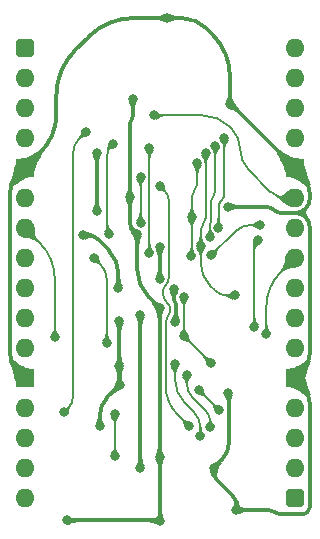
<source format=gbl>
%TF.GenerationSoftware,KiCad,Pcbnew,8.0.7*%
%TF.CreationDate,2025-01-30T11:15:06+02:00*%
%TF.ProjectId,Audio Clock,41756469-6f20-4436-9c6f-636b2e6b6963,V0*%
%TF.SameCoordinates,Original*%
%TF.FileFunction,Copper,L2,Bot*%
%TF.FilePolarity,Positive*%
%FSLAX46Y46*%
G04 Gerber Fmt 4.6, Leading zero omitted, Abs format (unit mm)*
G04 Created by KiCad (PCBNEW 8.0.7) date 2025-01-30 11:15:06*
%MOMM*%
%LPD*%
G01*
G04 APERTURE LIST*
G04 Aperture macros list*
%AMRoundRect*
0 Rectangle with rounded corners*
0 $1 Rounding radius*
0 $2 $3 $4 $5 $6 $7 $8 $9 X,Y pos of 4 corners*
0 Add a 4 corners polygon primitive as box body*
4,1,4,$2,$3,$4,$5,$6,$7,$8,$9,$2,$3,0*
0 Add four circle primitives for the rounded corners*
1,1,$1+$1,$2,$3*
1,1,$1+$1,$4,$5*
1,1,$1+$1,$6,$7*
1,1,$1+$1,$8,$9*
0 Add four rect primitives between the rounded corners*
20,1,$1+$1,$2,$3,$4,$5,0*
20,1,$1+$1,$4,$5,$6,$7,0*
20,1,$1+$1,$6,$7,$8,$9,0*
20,1,$1+$1,$8,$9,$2,$3,0*%
G04 Aperture macros list end*
%TA.AperFunction,ComponentPad*%
%ADD10RoundRect,0.400000X-0.400000X-0.400000X0.400000X-0.400000X0.400000X0.400000X-0.400000X0.400000X0*%
%TD*%
%TA.AperFunction,ComponentPad*%
%ADD11O,1.600000X1.600000*%
%TD*%
%TA.AperFunction,ComponentPad*%
%ADD12R,1.600000X1.600000*%
%TD*%
%TA.AperFunction,ViaPad*%
%ADD13C,0.800000*%
%TD*%
%TA.AperFunction,Conductor*%
%ADD14C,0.380000*%
%TD*%
%TA.AperFunction,Conductor*%
%ADD15C,0.200000*%
%TD*%
G04 APERTURE END LIST*
D10*
%TO.P,J2,1,Pin_1*%
%TO.N,/5V*%
X0Y0D03*
D11*
%TO.P,J2,2,Pin_2*%
%TO.N,unconnected-(J2-Pin_2-Pad2)*%
X0Y-2540000D03*
%TO.P,J2,3,Pin_3*%
%TO.N,unconnected-(J2-Pin_3-Pad3)*%
X0Y-5080000D03*
%TO.P,J2,4,Pin_4*%
%TO.N,unconnected-(J2-Pin_4-Pad4)*%
X0Y-7620000D03*
D12*
%TO.P,J2,5,Pin_5*%
%TO.N,/GND*%
X0Y-10160000D03*
D11*
%TO.P,J2,6,Pin_6*%
%TO.N,/~{Reset}*%
X0Y-12700000D03*
%TO.P,J2,7,Pin_7*%
%TO.N,/Clock Select _{S1}*%
X0Y-15240000D03*
%TO.P,J2,8,Pin_8*%
%TO.N,/Clock Select _{S0}*%
X0Y-17780000D03*
%TO.P,J2,9,Pin_9*%
%TO.N,unconnected-(J2-Pin_9-Pad9)*%
X0Y-20320000D03*
%TO.P,J2,10,Pin_10*%
%TO.N,unconnected-(J2-Pin_10-Pad10)*%
X0Y-22860000D03*
%TO.P,J2,11,Pin_11*%
%TO.N,unconnected-(J2-Pin_11-Pad11)*%
X0Y-25400000D03*
D12*
%TO.P,J2,12,Pin_12*%
%TO.N,/GND*%
X0Y-27940000D03*
D11*
%TO.P,J2,13,Pin_13*%
%TO.N,unconnected-(J2-Pin_13-Pad13)*%
X0Y-30480000D03*
%TO.P,J2,14,Pin_14*%
%TO.N,unconnected-(J2-Pin_14-Pad14)*%
X0Y-33020000D03*
%TO.P,J2,15,Pin_15*%
%TO.N,unconnected-(J2-Pin_15-Pad15)*%
X0Y-35560000D03*
%TO.P,J2,16,Pin_16*%
%TO.N,unconnected-(J2-Pin_16-Pad16)*%
X0Y-38100000D03*
D10*
%TO.P,J2,17,Pin_17*%
%TO.N,/5V*%
X22860000Y-38100000D03*
D11*
%TO.P,J2,18,Pin_18*%
%TO.N,unconnected-(J2-Pin_18-Pad18)*%
X22860000Y-35560000D03*
%TO.P,J2,19,Pin_19*%
%TO.N,unconnected-(J2-Pin_19-Pad19)*%
X22860000Y-33020000D03*
%TO.P,J2,20,Pin_20*%
%TO.N,unconnected-(J2-Pin_20-Pad20)*%
X22860000Y-30480000D03*
D12*
%TO.P,J2,21,Pin_21*%
%TO.N,/GND*%
X22860000Y-27940000D03*
D11*
%TO.P,J2,22,Pin_22*%
%TO.N,/~{WR}_{B}*%
X22860000Y-25400000D03*
%TO.P,J2,23,Pin_23*%
%TO.N,/~{WR}_{A}*%
X22860000Y-22860000D03*
%TO.P,J2,24,Pin_24*%
%TO.N,/A0*%
X22860000Y-20320000D03*
%TO.P,J2,25,Pin_25*%
%TO.N,/~{WR}*%
X22860000Y-17780000D03*
%TO.P,J2,26,Pin_26*%
%TO.N,/~{CLK}*%
X22860000Y-15240000D03*
%TO.P,J2,27,Pin_27*%
%TO.N,/CLK*%
X22860000Y-12700000D03*
D12*
%TO.P,J2,28,Pin_28*%
%TO.N,/GND*%
X22860000Y-10160000D03*
D11*
%TO.P,J2,29,Pin_29*%
%TO.N,unconnected-(J2-Pin_29-Pad29)*%
X22860000Y-7620000D03*
%TO.P,J2,30,Pin_30*%
%TO.N,unconnected-(J2-Pin_30-Pad30)*%
X22860000Y-5080000D03*
%TO.P,J2,31,Pin_31*%
%TO.N,unconnected-(J2-Pin_31-Pad31)*%
X22860000Y-2540000D03*
%TO.P,J2,32,Pin_32*%
%TO.N,unconnected-(J2-Pin_32-Pad32)*%
X22860000Y0D03*
%TD*%
D13*
%TO.N,/GND*%
X12065000Y2540000D03*
%TO.N,/5V*%
X9778997Y-35560003D03*
X9778999Y-22605999D03*
%TO.N,/GND*%
X17233000Y-29210000D03*
X16002000Y-35560000D03*
X7924000Y-20319996D03*
X6096000Y-13814989D03*
X8001002Y-26936000D03*
X12621997Y-20397598D03*
X17360000Y-4761140D03*
X6096000Y-8890000D03*
X17906998Y-39116000D03*
X11430000Y-16891000D03*
X17233000Y-13450418D03*
X8001000Y-23114000D03*
X6350000Y-32004000D03*
X11430004Y-19558000D03*
X12712004Y-23174134D03*
X8019934Y-28551000D03*
X4952994Y-15875000D03*
%TO.N,/3.3V*%
X3556000Y-40005000D03*
X9525000Y-15775000D03*
X11430000Y-40021000D03*
X11430000Y-22034503D03*
X11420471Y-34645000D03*
X9144000Y-4318000D03*
X8890000Y-12622000D03*
%TO.N,/CLK*%
X7087502Y-15748000D03*
X10922001Y-5715001D03*
X7493000Y-8128000D03*
%TO.N,/Clock Select _{S1}*%
X2540000Y-24511000D03*
%TO.N,/4KHz*%
X12700000Y-26797000D03*
X14859004Y-32893000D03*
%TO.N,/8KHz*%
X15695036Y-32131004D03*
X13708000Y-27686000D03*
%TO.N,/16KHz*%
X14732000Y-28955998D03*
X16445037Y-30669035D03*
%TO.N,/32KHz*%
X7620000Y-30988000D03*
X7620000Y-34544000D03*
%TO.N,Net-(IC1-YA)*%
X5158000Y-7112000D03*
X3302000Y-30861000D03*
%TO.N,/Clock Select _{S0}*%
X5872155Y-17780000D03*
X6931275Y-24945725D03*
%TO.N,/~{Reset}*%
X11430000Y-11675000D03*
X13894002Y-32004000D03*
%TO.N,/Q0*%
X16393000Y-15231971D03*
X16890998Y-7619998D03*
%TO.N,/Q1*%
X15687792Y-16009908D03*
X16120392Y-8263608D03*
%TO.N,/Q2*%
X15307668Y-8911000D03*
X14886588Y-16759914D03*
X17780000Y-20955000D03*
%TO.N,/Q3*%
X14135755Y-14302000D03*
X14601000Y-9779000D03*
X14097000Y-17653000D03*
%TO.N,/~{CLK}*%
X10541000Y-17399000D03*
X15780064Y-17569554D03*
X10541000Y-8509000D03*
X19939000Y-14986000D03*
%TO.N,/~{WR}_{B}*%
X13462007Y-21078664D03*
X13462004Y-24384000D03*
X15748000Y-26670000D03*
%TO.N,/~{WR}_{A}*%
X19710538Y-16279687D03*
X19431000Y-23622000D03*
%TO.N,/~{Q3}*%
X9791000Y-14782683D03*
X9791000Y-10922000D03*
%TO.N,/~{WR}*%
X20447000Y-24257000D03*
%TD*%
D14*
%TO.N,/3.3V*%
X11422000Y-40013000D02*
G75*
G03*
X11402686Y-40005006I-19300J-19300D01*
G01*
X9017000Y-6096000D02*
G75*
G03*
X8890002Y-6402605I306600J-306600D01*
G01*
X11425235Y-22039267D02*
G75*
G03*
X11420438Y-22050770I11465J-11533D01*
G01*
X9525000Y-18782464D02*
G75*
G03*
X10477499Y-21082004I3252030J-6D01*
G01*
X9144000Y-5789394D02*
G75*
G02*
X9017002Y-6096002I-433600J-6D01*
G01*
X11458000Y-39973201D02*
G75*
G02*
X11444000Y-40007000I-47800J1D01*
G01*
X8890000Y-14690987D02*
G75*
G03*
X9207496Y-15457504I1084000J-13D01*
G01*
X11439235Y-34663764D02*
G75*
G02*
X11458014Y-34709066I-45335J-45336D01*
G01*
%TO.N,/GND*%
X12709498Y-21514107D02*
G75*
G02*
X12797017Y-21725354I-211298J-211293D01*
G01*
X23495000Y-28575000D02*
G75*
G02*
X24129989Y-30108025I-1533000J-1533000D01*
G01*
X11433507Y-19552020D02*
G75*
G02*
X11431751Y-19556244I-6007J20D01*
G01*
X17285036Y-33369720D02*
G75*
G02*
X16643519Y-34918483I-2190336J20D01*
G01*
X17238791Y-13456209D02*
G75*
G03*
X17252771Y-13462012I14009J14009D01*
G01*
X6980409Y-29590524D02*
G75*
G03*
X6350001Y-31112467I1521931J-1521936D01*
G01*
X11431753Y-16892753D02*
G75*
G02*
X11433510Y-16896986I-4253J-4247D01*
G01*
X21082000Y-13716000D02*
G75*
G03*
X20468789Y-13462004I-613200J-613200D01*
G01*
X23495000Y-10795000D02*
G75*
G02*
X24129989Y-12328025I-1533000J-1533000D01*
G01*
X17259018Y-29236018D02*
G75*
G02*
X17285013Y-29298831I-62818J-62782D01*
G01*
X6156311Y-16189311D02*
G75*
G03*
X5397497Y-15874995I-758811J-758789D01*
G01*
X21145500Y-39306500D02*
G75*
G03*
X21605407Y-39496997I459900J459900D01*
G01*
X16002000Y-35941000D02*
G75*
G03*
X16271410Y-36591404I919800J0D01*
G01*
X9238963Y2540000D02*
G75*
G03*
X5391208Y946205I7J-5441560D01*
G01*
X15331124Y1686875D02*
G75*
G03*
X13271500Y2539999I-2059624J-2059625D01*
G01*
X-1270000Y-25771974D02*
G75*
G03*
X-635001Y-27305001I2168040J4D01*
G01*
X8001002Y-28518681D02*
G75*
G03*
X8010463Y-28541539I32298J-19D01*
G01*
X21145500Y-39306500D02*
G75*
G03*
X20685592Y-39116003I-459900J-459900D01*
G01*
X17496898Y-4796898D02*
G75*
G03*
X17410570Y-4761153I-86298J-86302D01*
G01*
X12797000Y-23029036D02*
G75*
G02*
X12754484Y-23131618I-145100J36D01*
G01*
X-635000Y-10795000D02*
G75*
G03*
X-1270002Y-12328025I1533030J-1533030D01*
G01*
X7088554Y-17121554D02*
G75*
G02*
X7923998Y-19138498I-2016954J-2016946D01*
G01*
X24130000Y-25852208D02*
G75*
G02*
X23518498Y-27328498I-2087800J8D01*
G01*
X23772500Y-14327500D02*
G75*
G02*
X24130008Y-15190581I-863100J-863100D01*
G01*
X15919000Y1099000D02*
G75*
G02*
X17360008Y-2379881I-3478900J-3478900D01*
G01*
X12621997Y-21302860D02*
G75*
G03*
X12709488Y-21514117I298703J-40D01*
G01*
X24130000Y-38846592D02*
G75*
G02*
X23939502Y-39306502I-650400J-8D01*
G01*
X4260792Y-184207D02*
G75*
G03*
X2667002Y-4031963I3847758J-3847753D01*
G01*
X23939500Y-39306500D02*
G75*
G02*
X23479592Y-39496997I-459900J459900D01*
G01*
X21082000Y-13716000D02*
G75*
G03*
X21695210Y-13969996I613200J613200D01*
G01*
X17592688Y-37912688D02*
G75*
G02*
X17907005Y-38671499I-758788J-758812D01*
G01*
X24130000Y-12749418D02*
G75*
G02*
X23772495Y-13612495I-1220600J18D01*
G01*
X22909418Y-13970000D02*
G75*
G03*
X23772495Y-13612495I-18J1220600D01*
G01*
X23772500Y-14327500D02*
G75*
G03*
X22909418Y-13969992I-863100J-863100D01*
G01*
X23772500Y-13612500D02*
G75*
G03*
X23772500Y-14327500I357500J-357500D01*
G01*
X2667000Y-5607146D02*
G75*
G02*
X1333500Y-8826500I-4552865J5D01*
G01*
X635000Y-9525000D02*
X-635000Y-10795000D01*
D15*
%TO.N,/~{WR}*%
X21653500Y-18986500D02*
G75*
G03*
X20447020Y-21899248I2912700J-2912700D01*
G01*
%TO.N,/~{WR}_{A}*%
X19570769Y-16419456D02*
G75*
G03*
X19430991Y-16756888I337431J-337444D01*
G01*
%TO.N,/~{CLK}*%
X19151309Y-14986000D02*
G75*
G03*
X17806643Y-15542988I-9J-1901600D01*
G01*
%TO.N,/Q3*%
X14601000Y-11486022D02*
G75*
G02*
X14368362Y-12047607I-794200J22D01*
G01*
X14135755Y-17586841D02*
G75*
G02*
X14116356Y-17633601I-66155J41D01*
G01*
X14368377Y-12047622D02*
G75*
G03*
X14135777Y-12609222I561623J-561578D01*
G01*
%TO.N,/Q2*%
X16060987Y-20505987D02*
G75*
G03*
X17145000Y-20955008I1084013J1083987D01*
G01*
X14886588Y-18183662D02*
G75*
G03*
X15698296Y-20143292I2771332J2D01*
G01*
X15307668Y-14393207D02*
G75*
G02*
X15097132Y-14901500I-718868J7D01*
G01*
X15097128Y-14901496D02*
G75*
G03*
X14886572Y-15409784I508272J-508304D01*
G01*
%TO.N,/Q1*%
X15725386Y-14838923D02*
G75*
G03*
X15687766Y-14929684I90714J-90777D01*
G01*
X15941686Y-12575628D02*
G75*
G03*
X15762947Y-13007061I431414J-431472D01*
G01*
X16120392Y-12144195D02*
G75*
G02*
X15941700Y-12575642I-610192J-5D01*
G01*
X15762981Y-14748162D02*
G75*
G02*
X15725411Y-14838948I-128381J-38D01*
G01*
%TO.N,/Q0*%
X16642999Y-12903340D02*
G75*
G03*
X16394967Y-13502062I598701J-598760D01*
G01*
X16890998Y-12304617D02*
G75*
G02*
X16642985Y-12903326I-846698J17D01*
G01*
X16395000Y-15228556D02*
G75*
G02*
X16394019Y-15230990I-3400J-44D01*
G01*
%TO.N,/~{Reset}*%
X12307000Y-22253311D02*
G75*
G02*
X12119501Y-22705979I-640200J11D01*
G01*
X12119499Y-22705977D02*
G75*
G03*
X11932039Y-23158643I452701J-452623D01*
G01*
X12192000Y-19440789D02*
G75*
G02*
X11938003Y-20054003I-867200J-11D01*
G01*
X11811000Y-12056000D02*
G75*
G02*
X12191994Y-12975815I-919800J-919800D01*
G01*
X12054597Y-21552171D02*
G75*
G02*
X12306969Y-22161525I-609397J-609329D01*
G01*
X11938000Y-20054000D02*
G75*
G03*
X11684004Y-20667210I613200J-613200D01*
G01*
X11684000Y-20744787D02*
G75*
G03*
X11992848Y-21490436I1054500J-13D01*
G01*
X11931999Y-28654651D02*
G75*
G03*
X12913002Y-31022996I3349341J1D01*
G01*
%TO.N,/Clock Select _{S0}*%
X6401715Y-18309560D02*
G75*
G02*
X6931273Y-19588030I-1278475J-1278470D01*
G01*
%TO.N,Net-(IC1-YA)*%
X4064000Y-29560184D02*
G75*
G02*
X3682999Y-30479999I-1300820J4D01*
G01*
X4611000Y-7659000D02*
G75*
G03*
X4063999Y-8979574I1320560J-1320570D01*
G01*
%TO.N,/8KHz*%
X13708000Y-28399295D02*
G75*
G03*
X14212382Y-29616958I1722000J-5D01*
G01*
X15330388Y-30734978D02*
G75*
G02*
X15695039Y-31615315I-880288J-880322D01*
G01*
%TO.N,/4KHz*%
X14320190Y-30830190D02*
G75*
G02*
X14859009Y-32131002I-1300790J-1300810D01*
G01*
X12700000Y-28003500D02*
G75*
G03*
X13553134Y-30063114I2912700J0D01*
G01*
%TO.N,/Clock Select _{S1}*%
X1270000Y-16510000D02*
G75*
G02*
X2540000Y-19576051I-3066058J-3066054D01*
G01*
%TO.N,/CLK*%
X18224500Y-8572500D02*
G75*
G03*
X18942928Y-10306912I2452800J0D01*
G01*
X17303750Y-6635750D02*
G75*
G03*
X15080864Y-5715015I-2222850J-2222850D01*
G01*
X20797184Y-12161184D02*
G75*
G03*
X22098000Y-12700009I1300816J1300784D01*
G01*
X17506079Y-6838079D02*
G75*
G02*
X18224512Y-8572500I-1734379J-1734421D01*
G01*
X6985000Y-15573018D02*
G75*
G03*
X7036256Y-15696744I175000J18D01*
G01*
X7239000Y-8382000D02*
G75*
G03*
X6985004Y-8995210I613200J-613200D01*
G01*
D14*
%TO.N,/3.3V*%
X11430000Y-40021000D02*
X11444000Y-40007000D01*
X11420471Y-34645000D02*
X11439235Y-34663764D01*
X11422000Y-40013000D02*
X11430000Y-40021000D01*
X3556000Y-40005000D02*
X11402686Y-40005000D01*
X11458000Y-39973201D02*
X11458000Y-34709066D01*
%TO.N,/GND*%
X-635000Y-27305000D02*
X0Y-27940000D01*
X-1270000Y-25771974D02*
X-1270000Y-12328025D01*
X24130000Y-12328025D02*
X24130000Y-12749418D01*
X23495000Y-10795000D02*
X22860000Y-10160000D01*
X23518500Y-27328500D02*
X22907000Y-27940000D01*
X24130000Y-25852208D02*
X24130000Y-15190581D01*
X17360000Y-4761140D02*
X17410570Y-4761140D01*
X17496898Y-4796898D02*
X22860000Y-10160000D01*
D15*
%TO.N,/CLK*%
X15080864Y-5715001D02*
X10922001Y-5715001D01*
X17303750Y-6635750D02*
X17506079Y-6838079D01*
X18942920Y-10306920D02*
X20797184Y-12161184D01*
X22098000Y-12700000D02*
X22860000Y-12700000D01*
D14*
%TO.N,/GND*%
X15331124Y1686875D02*
X15919000Y1099000D01*
X17360000Y-4761140D02*
X17360000Y-2379881D01*
X12065000Y2540000D02*
X13271500Y2540000D01*
X12065000Y2540000D02*
X9238963Y2540000D01*
X2667000Y-4031963D02*
X2667000Y-5607146D01*
X5391206Y946207D02*
X4260792Y-184207D01*
X635000Y-9525000D02*
X1333500Y-8826500D01*
D15*
%TO.N,/4KHz*%
X14320190Y-30830190D02*
X13553124Y-30063124D01*
X14859004Y-32893000D02*
X14859004Y-32131002D01*
X12700000Y-28003500D02*
X12700000Y-26797000D01*
%TO.N,/32KHz*%
X7620000Y-34544000D02*
X7620000Y-30988000D01*
%TO.N,/~{Reset}*%
X13894002Y-32004000D02*
X12913000Y-31022998D01*
X11931999Y-23158643D02*
X11931999Y-28654651D01*
X12307000Y-22253311D02*
X12307000Y-22161525D01*
X11684000Y-20667210D02*
X11684000Y-20744787D01*
X11430000Y-11675000D02*
X11811000Y-12056000D01*
X12054597Y-21552171D02*
X11992855Y-21490429D01*
X12192000Y-19440789D02*
X12192000Y-12975815D01*
%TO.N,/8KHz*%
X15695036Y-32131004D02*
X15695036Y-31615315D01*
X13708000Y-27686000D02*
X13708000Y-28399295D01*
X14212375Y-29616965D02*
X15330388Y-30734978D01*
%TO.N,/16KHz*%
X14732000Y-28955998D02*
X16445037Y-30669035D01*
D14*
%TO.N,/GND*%
X16643518Y-34918482D02*
X16002000Y-35560000D01*
X17259018Y-29236018D02*
X17233000Y-29210000D01*
X17285036Y-33369720D02*
X17285036Y-29298831D01*
X6096000Y-13814989D02*
X6096000Y-8890000D01*
X6156311Y-16189311D02*
X7088554Y-17121554D01*
X7924000Y-19138498D02*
X7924000Y-20319996D01*
X5397497Y-15875000D02*
X4952994Y-15875000D01*
D15*
%TO.N,/CLK*%
X7493000Y-8128000D02*
X7239000Y-8382000D01*
X6985000Y-15573018D02*
X6985000Y-8995210D01*
X7087502Y-15748000D02*
X7036251Y-15696749D01*
D14*
%TO.N,/GND*%
X8001000Y-26935998D02*
X8001002Y-26936000D01*
X8010468Y-28541534D02*
X8019934Y-28551000D01*
X8001002Y-26936000D02*
X8001002Y-28518681D01*
X8001000Y-26935998D02*
X8001000Y-23114000D01*
X6980409Y-29590524D02*
X8019934Y-28551000D01*
X6350000Y-31112467D02*
X6350000Y-32004000D01*
D15*
%TO.N,/~{WR}_{B}*%
X15748000Y-26669996D02*
X13462004Y-24384000D01*
X15748000Y-26669996D02*
X15748000Y-26670000D01*
%TO.N,/~{WR}*%
X20447000Y-21899248D02*
X20447000Y-24257000D01*
X21653500Y-18986500D02*
X22860000Y-17780000D01*
%TO.N,/~{CLK}*%
X10541000Y-8509000D02*
X10541000Y-17399000D01*
%TO.N,/~{Q3}*%
X9791000Y-10922000D02*
X9791000Y-14782683D01*
D14*
%TO.N,/GND*%
X12754502Y-23131636D02*
X12712004Y-23174134D01*
X12621997Y-21302860D02*
X12621997Y-20397598D01*
X12797000Y-21725354D02*
X12797000Y-23029036D01*
X11431755Y-19556248D02*
X11430004Y-19558000D01*
X11433507Y-19552020D02*
X11433507Y-16896986D01*
X11431753Y-16892753D02*
X11430000Y-16891000D01*
D15*
%TO.N,/~{WR}_{B}*%
X13462004Y-21078667D02*
X13462004Y-24384000D01*
X13462004Y-21078667D02*
X13462007Y-21078664D01*
D14*
%TO.N,/3.3V*%
X11430000Y-22034503D02*
X10477500Y-21082003D01*
X9525000Y-18782464D02*
X9525000Y-15775000D01*
X11425235Y-22039267D02*
X11430000Y-22034503D01*
X11420471Y-22050770D02*
X11420471Y-34645000D01*
D15*
%TO.N,/Q2*%
X17145000Y-20955000D02*
X17780000Y-20955000D01*
X16060987Y-20505987D02*
X15698294Y-20143294D01*
X14886588Y-18183662D02*
X14886588Y-16759914D01*
%TO.N,/~{CLK}*%
X17806636Y-15542981D02*
X15780064Y-17569554D01*
X19151309Y-14986000D02*
X19939000Y-14986000D01*
%TO.N,/Q3*%
X14116377Y-17633622D02*
X14097000Y-17653000D01*
X14135755Y-17586841D02*
X14135755Y-14302000D01*
%TO.N,/Q2*%
X14886588Y-16759914D02*
X14886588Y-15409784D01*
X15307668Y-8911000D02*
X15307668Y-14393207D01*
%TO.N,/Q1*%
X15687792Y-14929684D02*
X15687792Y-16009908D01*
X15762981Y-13007061D02*
X15762981Y-14748162D01*
%TO.N,/Q0*%
X16395000Y-13502062D02*
X16395000Y-15228556D01*
X16890998Y-12304617D02*
X16890998Y-7619998D01*
X16394000Y-15230971D02*
X16393000Y-15231971D01*
%TO.N,/Q1*%
X16120392Y-8263608D02*
X16120392Y-12144195D01*
D14*
%TO.N,/GND*%
X21695210Y-13970000D02*
X22909418Y-13970000D01*
X17252771Y-13462000D02*
X20468789Y-13462000D01*
X17238791Y-13456209D02*
X17233000Y-13450418D01*
%TO.N,/3.3V*%
X9525000Y-15775000D02*
X9207500Y-15457500D01*
X8890000Y-12622000D02*
X8890000Y-14690987D01*
%TO.N,/5V*%
X9778997Y-22606001D02*
X9778999Y-22605999D01*
X9778997Y-22606001D02*
X9778997Y-35560003D01*
%TO.N,/GND*%
X16271407Y-36591407D02*
X17592688Y-37912688D01*
X17906998Y-39116000D02*
X17906998Y-38671499D01*
X24130000Y-30108025D02*
X24130000Y-38846592D01*
X17906998Y-39116000D02*
X20685592Y-39116000D01*
X21605407Y-39497000D02*
X23479592Y-39497000D01*
X23495000Y-28575000D02*
X22860000Y-27940000D01*
X16002000Y-35941000D02*
X16002000Y-35560000D01*
%TO.N,/3.3V*%
X8890000Y-6402605D02*
X8890000Y-12622000D01*
X9144000Y-4318000D02*
X9144000Y-5789394D01*
D15*
%TO.N,/Clock Select _{S1}*%
X2540000Y-19576051D02*
X2540000Y-24511000D01*
X1270000Y-16510000D02*
X0Y-15240000D01*
%TO.N,Net-(IC1-YA)*%
X3302000Y-30861000D02*
X3683000Y-30480000D01*
X4064000Y-29560184D02*
X4064000Y-8979574D01*
X5158000Y-7112000D02*
X4611000Y-7659000D01*
%TO.N,/Clock Select _{S0}*%
X6931275Y-19588030D02*
X6931275Y-24945725D01*
X6401715Y-18309560D02*
X5872155Y-17780000D01*
%TO.N,/Q3*%
X14135755Y-12609222D02*
X14135755Y-14302000D01*
X14601000Y-9779000D02*
X14601000Y-11486022D01*
%TO.N,/~{WR}_{A}*%
X19431000Y-16756888D02*
X19431000Y-23622000D01*
X19570769Y-16419456D02*
X19710538Y-16279687D01*
%TD*%
%TA.AperFunction,Conductor*%
%TO.N,/GND*%
G36*
X23657027Y-27669954D02*
G01*
X23662947Y-27676673D01*
X23663194Y-27677489D01*
X23769850Y-28083863D01*
X23879685Y-28465755D01*
X23879690Y-28465772D01*
X23879693Y-28465781D01*
X23989540Y-28811113D01*
X23989545Y-28811128D01*
X23989546Y-28811130D01*
X24099391Y-29119858D01*
X24204285Y-29379720D01*
X24204204Y-29388674D01*
X24197815Y-29394948D01*
X24196464Y-29395400D01*
X23847953Y-29488779D01*
X23839075Y-29487610D01*
X23837545Y-29486557D01*
X23724836Y-29394948D01*
X23567493Y-29267060D01*
X23350877Y-29119858D01*
X23292804Y-29080394D01*
X23018121Y-28930332D01*
X23018112Y-28930328D01*
X22743433Y-28816867D01*
X22743425Y-28816864D01*
X22482260Y-28743783D01*
X22475216Y-28738254D01*
X22474146Y-28729363D01*
X22474899Y-28727383D01*
X22857612Y-27943397D01*
X22864317Y-27937469D01*
X23648091Y-27669389D01*
X23657027Y-27669954D01*
G37*
%TD.AperFunction*%
%TD*%
%TA.AperFunction,Conductor*%
%TO.N,/GND*%
G36*
X23657027Y-9889954D02*
G01*
X23662947Y-9896673D01*
X23663194Y-9897489D01*
X23769850Y-10303863D01*
X23879685Y-10685755D01*
X23879690Y-10685772D01*
X23879693Y-10685781D01*
X23989540Y-11031113D01*
X23989545Y-11031128D01*
X23989546Y-11031130D01*
X24099391Y-11339858D01*
X24204285Y-11599720D01*
X24204204Y-11608674D01*
X24197815Y-11614948D01*
X24196464Y-11615400D01*
X23847953Y-11708779D01*
X23839075Y-11707610D01*
X23837545Y-11706557D01*
X23724836Y-11614948D01*
X23567493Y-11487060D01*
X23350877Y-11339858D01*
X23292804Y-11300394D01*
X23018121Y-11150332D01*
X23018112Y-11150328D01*
X22743433Y-11036867D01*
X22743425Y-11036864D01*
X22482260Y-10963783D01*
X22475216Y-10958254D01*
X22474146Y-10949363D01*
X22474899Y-10947383D01*
X22857612Y-10163397D01*
X22864317Y-10157469D01*
X23648091Y-9889389D01*
X23657027Y-9889954D01*
G37*
%TD.AperFunction*%
%TD*%
%TA.AperFunction,Conductor*%
%TO.N,/GND*%
G36*
X16388466Y-35559968D02*
G01*
X16396730Y-35563414D01*
X16400138Y-35571695D01*
X16400011Y-35573387D01*
X16375318Y-35739624D01*
X16374396Y-35742746D01*
X16316149Y-35870895D01*
X16315834Y-35871536D01*
X16257304Y-35981900D01*
X16250983Y-36012150D01*
X16231528Y-36105254D01*
X16234920Y-36119617D01*
X16268918Y-36263569D01*
X16267484Y-36272408D01*
X16262008Y-36277067D01*
X15930969Y-36414190D01*
X15922015Y-36414190D01*
X15915683Y-36407858D01*
X15915672Y-36407833D01*
X15848223Y-36243919D01*
X15848199Y-36243860D01*
X15797872Y-36119617D01*
X15797859Y-36119584D01*
X15754715Y-36012150D01*
X15704369Y-35887861D01*
X15697388Y-35870895D01*
X15636878Y-35723839D01*
X15636899Y-35714885D01*
X15643193Y-35708590D01*
X15999445Y-35559983D01*
X16003970Y-35559082D01*
X16388466Y-35559968D01*
G37*
%TD.AperFunction*%
%TD*%
%TA.AperFunction,Conductor*%
%TO.N,/GND*%
G36*
X-978962Y-26392399D02*
G01*
X-977441Y-26393445D01*
X-707399Y-26612947D01*
X-432729Y-26799610D01*
X-158058Y-26949673D01*
X116611Y-27063136D01*
X377760Y-27136216D01*
X384804Y-27141745D01*
X385874Y-27150636D01*
X385121Y-27152616D01*
X2389Y-27936600D01*
X-4319Y-27942530D01*
X-4330Y-27942534D01*
X-4339Y-27942537D01*
X-788091Y-28210590D01*
X-797028Y-28210025D01*
X-802947Y-28203306D01*
X-803194Y-28202490D01*
X-909831Y-27796109D01*
X-1019639Y-27414235D01*
X-1129478Y-27068866D01*
X-1239289Y-26760176D01*
X-1344172Y-26500293D01*
X-1344090Y-26491338D01*
X-1337701Y-26485064D01*
X-1336354Y-26484614D01*
X-987839Y-26391230D01*
X-978962Y-26392399D01*
G37*
%TD.AperFunction*%
%TD*%
%TA.AperFunction,Conductor*%
%TO.N,/GND*%
G36*
X-788117Y-9889398D02*
G01*
X-4337Y-10157463D01*
X2379Y-10163380D01*
X70960Y-10303860D01*
X385120Y-10947383D01*
X385670Y-10956321D01*
X379739Y-10963030D01*
X377759Y-10963783D01*
X116611Y-11036862D01*
X116609Y-11036863D01*
X-158060Y-11150326D01*
X-432730Y-11300389D01*
X-707400Y-11487052D01*
X-977434Y-11706546D01*
X-986016Y-11709105D01*
X-987842Y-11708768D01*
X-1336352Y-11615385D01*
X-1343456Y-11609934D01*
X-1344625Y-11601056D01*
X-1344174Y-11599705D01*
X-1239290Y-11339821D01*
X-1129479Y-11031131D01*
X-1019640Y-10685761D01*
X-909831Y-10303887D01*
X-803194Y-9897507D01*
X-797779Y-9890375D01*
X-788907Y-9889160D01*
X-788117Y-9889398D01*
G37*
%TD.AperFunction*%
%TD*%
%TA.AperFunction,Conductor*%
%TO.N,/GND*%
G36*
X23859122Y-26418746D02*
G01*
X24207564Y-26512113D01*
X24214669Y-26517564D01*
X24215837Y-26526442D01*
X24215329Y-26527931D01*
X24108396Y-26783433D01*
X23996299Y-27087870D01*
X23884195Y-27428930D01*
X23772104Y-27806547D01*
X23663284Y-28208677D01*
X23657815Y-28215768D01*
X23648934Y-28216915D01*
X23648128Y-28216665D01*
X22864327Y-27942568D01*
X22857649Y-27936602D01*
X22857640Y-27936584D01*
X22795261Y-27806547D01*
X22481669Y-27152820D01*
X22481181Y-27143880D01*
X22487159Y-27137212D01*
X22489279Y-27136437D01*
X22751105Y-27068645D01*
X23026691Y-26960690D01*
X23302277Y-26816135D01*
X23577863Y-26634980D01*
X23848841Y-26420866D01*
X23857456Y-26418427D01*
X23859122Y-26418746D01*
G37*
%TD.AperFunction*%
%TD*%
%TA.AperFunction,Conductor*%
%TO.N,/~{WR}_{A}*%
G36*
X19713943Y-16282105D02*
G01*
X19713979Y-16282140D01*
X19983821Y-16552936D01*
X19987233Y-16561216D01*
X19983792Y-16569483D01*
X19982500Y-16570594D01*
X19861546Y-16660250D01*
X19859268Y-16661570D01*
X19735244Y-16715826D01*
X19630149Y-16763395D01*
X19557884Y-16840152D01*
X19557884Y-16840153D01*
X19532799Y-16973047D01*
X19527897Y-16980541D01*
X19521302Y-16982577D01*
X19342558Y-16982577D01*
X19334285Y-16979150D01*
X19330859Y-16971020D01*
X19328871Y-16808216D01*
X19327032Y-16763395D01*
X19323797Y-16684529D01*
X19317740Y-16577733D01*
X19312670Y-16454149D01*
X19312664Y-16453943D01*
X19310682Y-16291499D01*
X19314008Y-16283185D01*
X19322238Y-16279658D01*
X19322277Y-16279657D01*
X19705662Y-16278699D01*
X19713943Y-16282105D01*
G37*
%TD.AperFunction*%
%TD*%
%TA.AperFunction,Conductor*%
%TO.N,/CLK*%
G36*
X22558295Y-11971828D02*
G01*
X22558929Y-11973123D01*
X22859027Y-12695964D01*
X22859034Y-12704919D01*
X22859025Y-12704941D01*
X22558610Y-13427657D01*
X22552270Y-13433981D01*
X22543315Y-13433970D01*
X22542699Y-13433692D01*
X22208317Y-13271449D01*
X22206821Y-13270582D01*
X21981307Y-13116421D01*
X21980389Y-13115724D01*
X21796053Y-12961030D01*
X21796054Y-12961030D01*
X21681785Y-12873828D01*
X21575515Y-12792729D01*
X21251048Y-12603586D01*
X21245626Y-12596459D01*
X21246514Y-12588168D01*
X21327830Y-12428579D01*
X21334639Y-12422766D01*
X21341695Y-12422711D01*
X21441694Y-12453484D01*
X21624704Y-12509805D01*
X21839818Y-12458150D01*
X22030884Y-12315609D01*
X22250360Y-12133590D01*
X22252036Y-12132433D01*
X22542344Y-11967436D01*
X22551228Y-11966328D01*
X22558295Y-11971828D01*
G37*
%TD.AperFunction*%
%TD*%
%TA.AperFunction,Conductor*%
%TO.N,/CLK*%
G36*
X7134404Y-7979433D02*
G01*
X7488688Y-8125166D01*
X7495035Y-8131482D01*
X7495053Y-8131524D01*
X7641091Y-8485477D01*
X7641078Y-8494431D01*
X7634737Y-8500755D01*
X7633524Y-8501179D01*
X7490517Y-8542517D01*
X7488894Y-8542863D01*
X7355858Y-8561534D01*
X7355856Y-8561534D01*
X7247006Y-8585916D01*
X7165743Y-8647884D01*
X7118174Y-8770281D01*
X7111983Y-8776751D01*
X7104987Y-8777518D01*
X6929818Y-8742677D01*
X6922372Y-8737702D01*
X6920602Y-8729041D01*
X6954906Y-8546720D01*
X6955680Y-8542517D01*
X6980286Y-8408796D01*
X6980403Y-8408236D01*
X7007943Y-8291047D01*
X7008196Y-8290147D01*
X7051216Y-8158126D01*
X7051445Y-8157491D01*
X7119093Y-7985968D01*
X7125315Y-7979531D01*
X7134269Y-7979379D01*
X7134404Y-7979433D01*
G37*
%TD.AperFunction*%
%TD*%
%TA.AperFunction,Conductor*%
%TO.N,/3.3V*%
G36*
X11281429Y-39662248D02*
G01*
X11281481Y-39662372D01*
X11429123Y-40016498D01*
X11429144Y-40025452D01*
X11429123Y-40025502D01*
X11281568Y-40379419D01*
X11275221Y-40385737D01*
X11266267Y-40385716D01*
X11265941Y-40385574D01*
X11123141Y-40320877D01*
X11122761Y-40320697D01*
X11049742Y-40284396D01*
X11012950Y-40266105D01*
X10915596Y-40226759D01*
X10915594Y-40226758D01*
X10915593Y-40226758D01*
X10799478Y-40202979D01*
X10644322Y-40195534D01*
X10636223Y-40191714D01*
X10633183Y-40183847D01*
X10633183Y-39826363D01*
X10636610Y-39818090D01*
X10644539Y-39814668D01*
X10788935Y-39810460D01*
X10798205Y-39810190D01*
X10914877Y-39794031D01*
X10914878Y-39794030D01*
X10914882Y-39794030D01*
X10971616Y-39776694D01*
X11013425Y-39763920D01*
X11013425Y-39763919D01*
X11013427Y-39763919D01*
X11061509Y-39743635D01*
X11124001Y-39717275D01*
X11172722Y-39696302D01*
X11266056Y-39656126D01*
X11275010Y-39656004D01*
X11281429Y-39662248D01*
G37*
%TD.AperFunction*%
%TD*%
%TA.AperFunction,Conductor*%
%TO.N,/3.3V*%
G36*
X3719778Y-39640173D02*
G01*
X3719954Y-39640248D01*
X3863219Y-39703450D01*
X3899212Y-39719907D01*
X3974076Y-39754139D01*
X3974087Y-39754143D01*
X3974091Y-39754145D01*
X4072582Y-39788794D01*
X4072585Y-39788795D01*
X4189580Y-39808657D01*
X4189581Y-39808657D01*
X4189587Y-39808658D01*
X4344746Y-39814571D01*
X4352882Y-39818311D01*
X4356000Y-39826263D01*
X4356000Y-40183736D01*
X4352573Y-40192009D01*
X4344746Y-40195428D01*
X4189580Y-40201340D01*
X4072585Y-40221202D01*
X3974089Y-40255853D01*
X3974076Y-40255858D01*
X3863337Y-40306493D01*
X3863195Y-40306558D01*
X3719999Y-40369732D01*
X3711046Y-40369936D01*
X3704571Y-40363750D01*
X3704477Y-40363529D01*
X3680725Y-40306558D01*
X3556875Y-40009499D01*
X3556855Y-40000550D01*
X3704478Y-39646468D01*
X3710824Y-39640152D01*
X3719778Y-39640173D01*
G37*
%TD.AperFunction*%
%TD*%
%TA.AperFunction,Conductor*%
%TO.N,/3.3V*%
G36*
X11644831Y-39229997D02*
G01*
X11648255Y-39238009D01*
X11651655Y-39390569D01*
X11651656Y-39390577D01*
X11665030Y-39507000D01*
X11691731Y-39605555D01*
X11734596Y-39714006D01*
X11735374Y-39715972D01*
X11794978Y-39857099D01*
X11795040Y-39866053D01*
X11788752Y-39872429D01*
X11788702Y-39872450D01*
X11434502Y-40020123D01*
X11425548Y-40020144D01*
X11425498Y-40020123D01*
X11071663Y-39872602D01*
X11065345Y-39866255D01*
X11065366Y-39857301D01*
X11065534Y-39856918D01*
X11131442Y-39714264D01*
X11131689Y-39713764D01*
X11189226Y-39604717D01*
X11232088Y-39508252D01*
X11258796Y-39392805D01*
X11267388Y-39237622D01*
X11271267Y-39229552D01*
X11279070Y-39226570D01*
X11636558Y-39226570D01*
X11644831Y-39229997D01*
G37*
%TD.AperFunction*%
%TD*%
%TA.AperFunction,Conductor*%
%TO.N,/3.3V*%
G36*
X11779233Y-34793574D02*
G01*
X11785551Y-34799921D01*
X11785534Y-34808865D01*
X11727125Y-34949323D01*
X11685887Y-35059550D01*
X11685885Y-35059556D01*
X11661896Y-35158094D01*
X11661894Y-35158107D01*
X11650739Y-35274283D01*
X11650738Y-35274313D01*
X11648193Y-35426031D01*
X11644628Y-35434246D01*
X11636495Y-35437535D01*
X11279006Y-35437535D01*
X11270733Y-35434108D01*
X11267328Y-35426550D01*
X11257828Y-35271323D01*
X11257828Y-35271319D01*
X11228800Y-35156420D01*
X11183151Y-35060681D01*
X11182526Y-35059550D01*
X11123297Y-34952283D01*
X11122947Y-34951596D01*
X11056110Y-34809137D01*
X11055698Y-34800192D01*
X11061733Y-34793576D01*
X11062171Y-34793381D01*
X11415971Y-34645875D01*
X11424920Y-34645855D01*
X11779233Y-34793574D01*
G37*
%TD.AperFunction*%
%TD*%
%TA.AperFunction,Conductor*%
%TO.N,/GND*%
G36*
X21636674Y-8665429D02*
G01*
X21941198Y-8873167D01*
X21941203Y-8873170D01*
X21941206Y-8873172D01*
X22253747Y-9049779D01*
X22566287Y-9189786D01*
X22878828Y-9293193D01*
X23177644Y-9357066D01*
X23185018Y-9362147D01*
X23186640Y-9370954D01*
X23186012Y-9372974D01*
X22862562Y-10156214D01*
X22856237Y-10162553D01*
X22856214Y-10162562D01*
X22071294Y-10486705D01*
X22062339Y-10486696D01*
X22056014Y-10480357D01*
X22055841Y-10479912D01*
X21919993Y-10105628D01*
X21779986Y-9756487D01*
X21639979Y-9443947D01*
X21499972Y-9168006D01*
X21364523Y-8936458D01*
X21363305Y-8927588D01*
X21366348Y-8922281D01*
X21621809Y-8666820D01*
X21630081Y-8663394D01*
X21636674Y-8665429D01*
G37*
%TD.AperFunction*%
%TD*%
%TA.AperFunction,Conductor*%
%TO.N,/GND*%
G36*
X17650488Y-4487195D02*
G01*
X17651049Y-4487800D01*
X17771029Y-4626747D01*
X17772206Y-4628374D01*
X17844301Y-4748509D01*
X17844803Y-4749437D01*
X17898811Y-4861170D01*
X17898822Y-4861190D01*
X17953466Y-4952245D01*
X17971702Y-4982633D01*
X17971705Y-4982636D01*
X18093439Y-5123615D01*
X18096253Y-5132117D01*
X18092857Y-5139535D01*
X17839469Y-5392923D01*
X17831196Y-5396350D01*
X17823625Y-5393570D01*
X17704626Y-5292571D01*
X17704625Y-5292570D01*
X17598471Y-5239104D01*
X17598461Y-5239100D01*
X17493429Y-5212635D01*
X17370201Y-5185806D01*
X17368943Y-5185458D01*
X17218748Y-5134688D01*
X17212008Y-5128792D01*
X17211411Y-5119857D01*
X17211666Y-5119174D01*
X17358396Y-4762610D01*
X17360964Y-4758770D01*
X17370816Y-4748967D01*
X17633943Y-4487152D01*
X17642223Y-4483747D01*
X17650488Y-4487195D01*
G37*
%TD.AperFunction*%
%TD*%
%TA.AperFunction,Conductor*%
%TO.N,/CLK*%
G36*
X11085539Y-5350751D02*
G01*
X11086298Y-5351100D01*
X11232371Y-5424643D01*
X11233636Y-5425383D01*
X11306261Y-5474349D01*
X11341733Y-5498265D01*
X11421815Y-5549563D01*
X11436139Y-5558739D01*
X11551239Y-5599841D01*
X11711336Y-5614054D01*
X11719273Y-5618199D01*
X11722001Y-5625708D01*
X11722001Y-5804293D01*
X11718574Y-5812566D01*
X11711336Y-5815947D01*
X11551241Y-5830159D01*
X11436136Y-5871263D01*
X11341733Y-5931735D01*
X11233643Y-6004612D01*
X11232363Y-6005361D01*
X11086298Y-6078901D01*
X11077368Y-6079561D01*
X11070587Y-6073712D01*
X11070238Y-6072953D01*
X10986149Y-5871262D01*
X10922876Y-5719500D01*
X10922856Y-5710551D01*
X11070238Y-5357047D01*
X11076585Y-5350730D01*
X11085539Y-5350751D01*
G37*
%TD.AperFunction*%
%TD*%
%TA.AperFunction,Conductor*%
%TO.N,/GND*%
G36*
X17547010Y-3964567D02*
G01*
X17550429Y-3972395D01*
X17556340Y-4127558D01*
X17576202Y-4244552D01*
X17610853Y-4343048D01*
X17610858Y-4343061D01*
X17661483Y-4453776D01*
X17661548Y-4453919D01*
X17724732Y-4597141D01*
X17724936Y-4606093D01*
X17718749Y-4612568D01*
X17718529Y-4612662D01*
X17364502Y-4760263D01*
X17355548Y-4760284D01*
X17355498Y-4760263D01*
X17001470Y-4612662D01*
X16995152Y-4606315D01*
X16995173Y-4597361D01*
X16995236Y-4597211D01*
X17058450Y-4453919D01*
X17109145Y-4343047D01*
X17143794Y-4244556D01*
X17163658Y-4127552D01*
X17169571Y-3972393D01*
X17173311Y-3964258D01*
X17181263Y-3961140D01*
X17538737Y-3961140D01*
X17547010Y-3964567D01*
G37*
%TD.AperFunction*%
%TD*%
%TA.AperFunction,Conductor*%
%TO.N,/GND*%
G36*
X12228778Y2904826D02*
G01*
X12228999Y2904732D01*
X12372195Y2841558D01*
X12372337Y2841493D01*
X12483076Y2790858D01*
X12483089Y2790853D01*
X12581585Y2756202D01*
X12698580Y2736340D01*
X12853746Y2730428D01*
X12861882Y2726688D01*
X12865000Y2718736D01*
X12865000Y2361263D01*
X12861573Y2352990D01*
X12853746Y2349571D01*
X12698587Y2343658D01*
X12698581Y2343657D01*
X12698580Y2343657D01*
X12581585Y2323795D01*
X12581582Y2323794D01*
X12483091Y2289145D01*
X12483089Y2289144D01*
X12483076Y2289139D01*
X12408212Y2254907D01*
X12372219Y2238450D01*
X12228996Y2175266D01*
X12220046Y2175063D01*
X12213571Y2181250D01*
X12213506Y2181399D01*
X12065875Y2535500D01*
X12065855Y2544449D01*
X12213477Y2898529D01*
X12219824Y2904847D01*
X12228778Y2904826D01*
G37*
%TD.AperFunction*%
%TD*%
%TA.AperFunction,Conductor*%
%TO.N,/GND*%
G36*
X11916428Y2898749D02*
G01*
X11916522Y2898529D01*
X12064123Y2544502D01*
X12064144Y2535548D01*
X12064123Y2535498D01*
X11916522Y2181470D01*
X11910175Y2175152D01*
X11901221Y2175173D01*
X11901071Y2175236D01*
X11757779Y2238450D01*
X11681915Y2273137D01*
X11646921Y2289139D01*
X11646915Y2289141D01*
X11646907Y2289145D01*
X11548416Y2323794D01*
X11548413Y2323794D01*
X11548412Y2323795D01*
X11431418Y2343657D01*
X11431417Y2343657D01*
X11431412Y2343658D01*
X11276253Y2349571D01*
X11268118Y2353311D01*
X11265000Y2361263D01*
X11265000Y2718736D01*
X11268427Y2727009D01*
X11276254Y2730428D01*
X11431418Y2736340D01*
X11548412Y2756202D01*
X11646908Y2790853D01*
X11646921Y2790858D01*
X11757660Y2841493D01*
X11757803Y2841558D01*
X11901001Y2904732D01*
X11909953Y2904936D01*
X11916428Y2898749D01*
G37*
%TD.AperFunction*%
%TD*%
%TA.AperFunction,Conductor*%
%TO.N,/GND*%
G36*
X1204575Y-8700241D02*
G01*
X1462779Y-8953106D01*
X1466292Y-8961342D01*
X1464740Y-8967288D01*
X1335397Y-9192623D01*
X1201545Y-9462420D01*
X1067687Y-9768830D01*
X933854Y-10111778D01*
X804101Y-10479752D01*
X798118Y-10486415D01*
X789176Y-10486895D01*
X788601Y-10486675D01*
X3793Y-10162569D01*
X-2544Y-10156245D01*
X-289064Y-9462420D01*
X-325910Y-9373194D01*
X-325901Y-9364239D01*
X-319562Y-9357914D01*
X-317360Y-9357249D01*
X-25536Y-9299912D01*
X280286Y-9203224D01*
X586108Y-9069936D01*
X891931Y-8900048D01*
X1189842Y-8698902D01*
X1198616Y-8697114D01*
X1204575Y-8700241D01*
G37*
%TD.AperFunction*%
%TD*%
%TA.AperFunction,Conductor*%
%TO.N,/4KHz*%
G36*
X14956664Y-32132724D02*
G01*
X14960165Y-32139848D01*
X14976999Y-32291308D01*
X15019606Y-32399563D01*
X15019608Y-32399566D01*
X15019609Y-32399568D01*
X15020981Y-32401568D01*
X15080161Y-32487858D01*
X15151561Y-32589371D01*
X15152411Y-32590782D01*
X15222809Y-32728671D01*
X15223519Y-32737598D01*
X15217709Y-32744411D01*
X15216891Y-32744790D01*
X14863522Y-32892122D01*
X14854569Y-32892142D01*
X14501196Y-32744823D01*
X14494878Y-32738477D01*
X14494899Y-32729522D01*
X14495306Y-32728648D01*
X14566447Y-32591604D01*
X14567373Y-32590109D01*
X14640923Y-32489275D01*
X14703247Y-32401566D01*
X14745415Y-32293965D01*
X14758131Y-32143275D01*
X14762242Y-32135321D01*
X14769584Y-32132563D01*
X14948333Y-32129442D01*
X14956664Y-32132724D01*
G37*
%TD.AperFunction*%
%TD*%
%TA.AperFunction,Conductor*%
%TO.N,/4KHz*%
G36*
X12984716Y-26914703D02*
G01*
X13057952Y-26945237D01*
X13064270Y-26951584D01*
X13064249Y-26960538D01*
X13063900Y-26961297D01*
X12990360Y-27107362D01*
X12989611Y-27108642D01*
X12916734Y-27216732D01*
X12856262Y-27311135D01*
X12815158Y-27426240D01*
X12800947Y-27586335D01*
X12796802Y-27594272D01*
X12789293Y-27597000D01*
X12610707Y-27597000D01*
X12602434Y-27593573D01*
X12599053Y-27586335D01*
X12584840Y-27426240D01*
X12584840Y-27426238D01*
X12543738Y-27311138D01*
X12483261Y-27216728D01*
X12410382Y-27108635D01*
X12409642Y-27107370D01*
X12336099Y-26961297D01*
X12335439Y-26952367D01*
X12341288Y-26945586D01*
X12342047Y-26945237D01*
X12695500Y-26797875D01*
X12704449Y-26797855D01*
X12984716Y-26914703D01*
G37*
%TD.AperFunction*%
%TD*%
%TA.AperFunction,Conductor*%
%TO.N,/32KHz*%
G36*
X7717566Y-33747427D02*
G01*
X7720947Y-33754665D01*
X7735158Y-33914758D01*
X7776262Y-34029862D01*
X7836734Y-34124266D01*
X7909611Y-34232355D01*
X7910360Y-34233635D01*
X7983900Y-34379702D01*
X7984560Y-34388632D01*
X7978711Y-34395413D01*
X7977952Y-34395762D01*
X7624502Y-34543123D01*
X7615548Y-34543144D01*
X7615498Y-34543123D01*
X7262046Y-34395762D01*
X7255728Y-34389415D01*
X7255749Y-34380461D01*
X7256083Y-34379734D01*
X7329646Y-34233620D01*
X7330378Y-34232369D01*
X7403261Y-34124271D01*
X7463738Y-34029860D01*
X7504840Y-33914761D01*
X7519053Y-33754664D01*
X7523198Y-33746728D01*
X7530707Y-33744000D01*
X7709293Y-33744000D01*
X7717566Y-33747427D01*
G37*
%TD.AperFunction*%
%TD*%
%TA.AperFunction,Conductor*%
%TO.N,/32KHz*%
G36*
X7904716Y-31105703D02*
G01*
X7977952Y-31136237D01*
X7984270Y-31142584D01*
X7984249Y-31151538D01*
X7983900Y-31152297D01*
X7910360Y-31298362D01*
X7909611Y-31299642D01*
X7836734Y-31407732D01*
X7776262Y-31502135D01*
X7735158Y-31617240D01*
X7720947Y-31777335D01*
X7716802Y-31785272D01*
X7709293Y-31788000D01*
X7530707Y-31788000D01*
X7522434Y-31784573D01*
X7519053Y-31777335D01*
X7504840Y-31617240D01*
X7504840Y-31617238D01*
X7463738Y-31502138D01*
X7403261Y-31407728D01*
X7330382Y-31299635D01*
X7329642Y-31298370D01*
X7256099Y-31152297D01*
X7255439Y-31143367D01*
X7261288Y-31136586D01*
X7262047Y-31136237D01*
X7615500Y-30988875D01*
X7624449Y-30988855D01*
X7904716Y-31105703D01*
G37*
%TD.AperFunction*%
%TD*%
%TA.AperFunction,Conductor*%
%TO.N,/~{Reset}*%
G36*
X13407237Y-31374476D02*
G01*
X13530486Y-31477626D01*
X13530488Y-31477627D01*
X13530492Y-31477630D01*
X13640943Y-31529954D01*
X13750465Y-31553949D01*
X13878427Y-31578849D01*
X13879846Y-31579220D01*
X13981474Y-31612782D01*
X14035141Y-31630507D01*
X14041922Y-31636356D01*
X14042582Y-31645286D01*
X14042292Y-31646069D01*
X13896565Y-32000195D01*
X13890247Y-32006542D01*
X13890197Y-32006563D01*
X13536071Y-32152290D01*
X13527117Y-32152269D01*
X13520799Y-32145922D01*
X13520509Y-32145139D01*
X13469224Y-31989852D01*
X13468851Y-31988425D01*
X13443951Y-31860463D01*
X13419956Y-31750941D01*
X13367632Y-31640490D01*
X13367629Y-31640486D01*
X13367628Y-31640484D01*
X13264478Y-31517235D01*
X13261796Y-31508691D01*
X13265176Y-31501454D01*
X13391456Y-31375174D01*
X13399728Y-31371748D01*
X13407237Y-31374476D01*
G37*
%TD.AperFunction*%
%TD*%
%TA.AperFunction,Conductor*%
%TO.N,/~{Reset}*%
G36*
X11796775Y-11526774D02*
G01*
X11803091Y-11533121D01*
X11803415Y-11534009D01*
X11844258Y-11661740D01*
X11844694Y-11663629D01*
X11860042Y-11769826D01*
X11860088Y-11770190D01*
X11870595Y-11863424D01*
X11870598Y-11863438D01*
X11900666Y-11962590D01*
X11969329Y-12077852D01*
X11970619Y-12086714D01*
X11966154Y-12093306D01*
X11821041Y-12198735D01*
X11812334Y-12200825D01*
X11805927Y-12197578D01*
X11718915Y-12111316D01*
X11718913Y-12111315D01*
X11718912Y-12111314D01*
X11627698Y-12081318D01*
X11529999Y-12081950D01*
X11529782Y-12081949D01*
X11417548Y-12080592D01*
X11414758Y-12080220D01*
X11405607Y-12077852D01*
X11384295Y-12072336D01*
X11289927Y-12047916D01*
X11282776Y-12042526D01*
X11281531Y-12033658D01*
X11282039Y-12032135D01*
X11310672Y-11962592D01*
X11427556Y-11678700D01*
X11433874Y-11672355D01*
X11787822Y-11526752D01*
X11796775Y-11526774D01*
G37*
%TD.AperFunction*%
%TD*%
%TA.AperFunction,Conductor*%
%TO.N,/8KHz*%
G36*
X15779212Y-31435693D02*
G01*
X15783683Y-31442310D01*
X15788531Y-31461638D01*
X15817739Y-31578095D01*
X15867761Y-31673527D01*
X15927703Y-31750346D01*
X15927904Y-31750612D01*
X15993959Y-31840421D01*
X15994947Y-31842018D01*
X16058817Y-31966669D01*
X16059540Y-31975594D01*
X16053739Y-31982417D01*
X16052908Y-31982802D01*
X15699694Y-32130113D01*
X15690739Y-32130135D01*
X15690690Y-32130115D01*
X15337726Y-31983032D01*
X15331407Y-31976686D01*
X15331426Y-31967732D01*
X15332066Y-31966429D01*
X15398319Y-31850664D01*
X15399803Y-31848621D01*
X15476884Y-31763740D01*
X15476899Y-31763753D01*
X15476919Y-31763701D01*
X15543889Y-31690630D01*
X15584573Y-31600399D01*
X15583617Y-31473280D01*
X15586982Y-31464983D01*
X15593484Y-31461639D01*
X15770506Y-31433602D01*
X15779212Y-31435693D01*
G37*
%TD.AperFunction*%
%TD*%
%TA.AperFunction,Conductor*%
%TO.N,/8KHz*%
G36*
X14065651Y-27834111D02*
G01*
X14071969Y-27840457D01*
X14071948Y-27849412D01*
X14071462Y-27850436D01*
X14003929Y-27976471D01*
X14002781Y-27978218D01*
X13929850Y-28070125D01*
X13929824Y-28070157D01*
X13866369Y-28149539D01*
X13866366Y-28149544D01*
X13822557Y-28247922D01*
X13822556Y-28247926D01*
X13808995Y-28387173D01*
X13804782Y-28395075D01*
X13797553Y-28397737D01*
X13618534Y-28400851D01*
X13610203Y-28397569D01*
X13606720Y-28390595D01*
X13589348Y-28250579D01*
X13545132Y-28151536D01*
X13483294Y-28071524D01*
X13412353Y-27978940D01*
X13411298Y-27977291D01*
X13344416Y-27850397D01*
X13343591Y-27841483D01*
X13349312Y-27834594D01*
X13350245Y-27834154D01*
X13703483Y-27686876D01*
X13712432Y-27686856D01*
X14065651Y-27834111D01*
G37*
%TD.AperFunction*%
%TD*%
%TA.AperFunction,Conductor*%
%TO.N,/16KHz*%
G36*
X15098884Y-28807728D02*
G01*
X15105202Y-28814075D01*
X15105492Y-28814858D01*
X15156776Y-28970144D01*
X15157151Y-28971578D01*
X15182052Y-29099548D01*
X15206043Y-29209055D01*
X15222923Y-29244687D01*
X15258368Y-29319506D01*
X15258370Y-29319509D01*
X15258371Y-29319510D01*
X15361523Y-29442762D01*
X15364205Y-29451306D01*
X15360824Y-29458544D01*
X15234546Y-29584822D01*
X15226273Y-29588249D01*
X15218764Y-29585521D01*
X15095512Y-29482369D01*
X15095511Y-29482368D01*
X15095508Y-29482366D01*
X15020689Y-29446921D01*
X14985057Y-29430041D01*
X14875550Y-29406050D01*
X14747580Y-29381149D01*
X14746146Y-29380774D01*
X14590860Y-29329490D01*
X14584079Y-29323641D01*
X14583419Y-29314711D01*
X14583703Y-29313942D01*
X14729437Y-28959800D01*
X14735753Y-28953455D01*
X15089931Y-28807707D01*
X15098884Y-28807728D01*
G37*
%TD.AperFunction*%
%TD*%
%TA.AperFunction,Conductor*%
%TO.N,/16KHz*%
G36*
X15958272Y-30039511D02*
G01*
X16081521Y-30142661D01*
X16081523Y-30142662D01*
X16081527Y-30142665D01*
X16191978Y-30194989D01*
X16301500Y-30218984D01*
X16429462Y-30243884D01*
X16430881Y-30244255D01*
X16532509Y-30277817D01*
X16586176Y-30295542D01*
X16592957Y-30301391D01*
X16593617Y-30310321D01*
X16593327Y-30311104D01*
X16447600Y-30665230D01*
X16441282Y-30671577D01*
X16441232Y-30671598D01*
X16087106Y-30817325D01*
X16078152Y-30817304D01*
X16071834Y-30810957D01*
X16071544Y-30810174D01*
X16020259Y-30654887D01*
X16019886Y-30653460D01*
X15994986Y-30525498D01*
X15970991Y-30415976D01*
X15918667Y-30305525D01*
X15918664Y-30305521D01*
X15918663Y-30305519D01*
X15815513Y-30182270D01*
X15812831Y-30173726D01*
X15816211Y-30166489D01*
X15942491Y-30040209D01*
X15950763Y-30036783D01*
X15958272Y-30039511D01*
G37*
%TD.AperFunction*%
%TD*%
%TA.AperFunction,Conductor*%
%TO.N,/GND*%
G36*
X16441298Y-34867927D02*
G01*
X16694072Y-35120701D01*
X16697499Y-35128974D01*
X16694381Y-35136926D01*
X16588849Y-35250816D01*
X16588849Y-35250817D01*
X16520157Y-35347600D01*
X16475011Y-35441752D01*
X16432503Y-35555882D01*
X16432448Y-35556028D01*
X16375869Y-35701938D01*
X16369682Y-35708413D01*
X16360730Y-35708617D01*
X16360508Y-35708528D01*
X16005804Y-35562563D01*
X15999457Y-35556245D01*
X15999436Y-35556195D01*
X15853471Y-35201490D01*
X15853492Y-35192537D01*
X15859839Y-35186219D01*
X15860022Y-35186145D01*
X16006010Y-35129535D01*
X16120255Y-35086983D01*
X16214399Y-35041840D01*
X16311180Y-34973151D01*
X16425075Y-34867617D01*
X16433470Y-34864508D01*
X16441298Y-34867927D01*
G37*
%TD.AperFunction*%
%TD*%
%TA.AperFunction,Conductor*%
%TO.N,/GND*%
G36*
X17591855Y-29358613D02*
G01*
X17598172Y-29364959D01*
X17598193Y-29373811D01*
X17541593Y-29513262D01*
X17541586Y-29513279D01*
X17504002Y-29623217D01*
X17503999Y-29623227D01*
X17484146Y-29721700D01*
X17484145Y-29721711D01*
X17476372Y-29837580D01*
X17476372Y-29837583D01*
X17475132Y-29988045D01*
X17471637Y-29996290D01*
X17463432Y-29999649D01*
X17105945Y-29999649D01*
X17097672Y-29996222D01*
X17094274Y-29988766D01*
X17083393Y-29833428D01*
X17083393Y-29833425D01*
X17050845Y-29719376D01*
X17022638Y-29665889D01*
X17000965Y-29624791D01*
X17000955Y-29624775D01*
X17000041Y-29623227D01*
X16974524Y-29579988D01*
X16937559Y-29517351D01*
X16937087Y-29516469D01*
X16935556Y-29513279D01*
X16868783Y-29374188D01*
X16868293Y-29365248D01*
X16874268Y-29358578D01*
X16874808Y-29358336D01*
X17228500Y-29210875D01*
X17237449Y-29210855D01*
X17591855Y-29358613D01*
G37*
%TD.AperFunction*%
%TD*%
%TA.AperFunction,Conductor*%
%TO.N,/GND*%
G36*
X6454529Y-9038477D02*
G01*
X6460847Y-9044824D01*
X6460826Y-9053778D01*
X6460732Y-9053999D01*
X6397558Y-9197195D01*
X6397493Y-9197337D01*
X6346858Y-9308076D01*
X6346853Y-9308089D01*
X6312202Y-9406585D01*
X6292340Y-9523580D01*
X6286429Y-9678745D01*
X6282689Y-9686882D01*
X6274737Y-9690000D01*
X5917263Y-9690000D01*
X5908990Y-9686573D01*
X5905571Y-9678746D01*
X5905571Y-9678745D01*
X5899658Y-9523587D01*
X5879794Y-9406582D01*
X5845145Y-9308091D01*
X5845143Y-9308087D01*
X5845139Y-9308076D01*
X5794504Y-9197338D01*
X5794439Y-9197195D01*
X5731266Y-9053996D01*
X5731063Y-9045046D01*
X5737250Y-9038571D01*
X5737399Y-9038506D01*
X6091500Y-8890875D01*
X6100449Y-8890855D01*
X6454529Y-9038477D01*
G37*
%TD.AperFunction*%
%TD*%
%TA.AperFunction,Conductor*%
%TO.N,/GND*%
G36*
X6283010Y-13018416D02*
G01*
X6286429Y-13026244D01*
X6292340Y-13181407D01*
X6312202Y-13298401D01*
X6346853Y-13396897D01*
X6346858Y-13396910D01*
X6397483Y-13507625D01*
X6397548Y-13507768D01*
X6460732Y-13650990D01*
X6460936Y-13659942D01*
X6454749Y-13666417D01*
X6454529Y-13666511D01*
X6100502Y-13814112D01*
X6091548Y-13814133D01*
X6091498Y-13814112D01*
X5737470Y-13666511D01*
X5731152Y-13660164D01*
X5731173Y-13651210D01*
X5731236Y-13651060D01*
X5794450Y-13507768D01*
X5845145Y-13396896D01*
X5879794Y-13298405D01*
X5899658Y-13181401D01*
X5905571Y-13026242D01*
X5909311Y-13018107D01*
X5917263Y-13014989D01*
X6274737Y-13014989D01*
X6283010Y-13018416D01*
G37*
%TD.AperFunction*%
%TD*%
%TA.AperFunction,Conductor*%
%TO.N,/GND*%
G36*
X8111010Y-19523423D02*
G01*
X8114429Y-19531251D01*
X8120340Y-19686414D01*
X8140202Y-19803408D01*
X8174853Y-19901904D01*
X8174858Y-19901917D01*
X8225483Y-20012632D01*
X8225548Y-20012775D01*
X8288732Y-20155997D01*
X8288936Y-20164949D01*
X8282749Y-20171424D01*
X8282529Y-20171518D01*
X7928502Y-20319119D01*
X7919548Y-20319140D01*
X7919498Y-20319119D01*
X7565470Y-20171518D01*
X7559152Y-20165171D01*
X7559173Y-20156217D01*
X7559236Y-20156067D01*
X7622450Y-20012775D01*
X7673145Y-19901903D01*
X7707794Y-19803412D01*
X7727658Y-19686408D01*
X7733571Y-19531249D01*
X7737311Y-19523114D01*
X7745263Y-19519996D01*
X8102737Y-19519996D01*
X8111010Y-19523423D01*
G37*
%TD.AperFunction*%
%TD*%
%TA.AperFunction,Conductor*%
%TO.N,/GND*%
G36*
X5271813Y-15569614D02*
G01*
X5391919Y-15608663D01*
X5496682Y-15639300D01*
X5496932Y-15639377D01*
X5616616Y-15678289D01*
X5617222Y-15678505D01*
X5771495Y-15738232D01*
X5777973Y-15744415D01*
X5778182Y-15753367D01*
X5778080Y-15753620D01*
X5641186Y-16084110D01*
X5634854Y-16090442D01*
X5627305Y-16090923D01*
X5508537Y-16058606D01*
X5413537Y-16070677D01*
X5329764Y-16115355D01*
X5235294Y-16177794D01*
X5234208Y-16178430D01*
X5117352Y-16238728D01*
X5108429Y-16239477D01*
X5101590Y-16233696D01*
X5101186Y-16232827D01*
X5078542Y-16178430D01*
X4953943Y-15879117D01*
X4953928Y-15870166D01*
X5101677Y-15515970D01*
X5108025Y-15509654D01*
X5116699Y-15509564D01*
X5271813Y-15569614D01*
G37*
%TD.AperFunction*%
%TD*%
%TA.AperFunction,Conductor*%
%TO.N,/CLK*%
G36*
X7083163Y-14971816D02*
G01*
X7086466Y-14978393D01*
X7110307Y-15141139D01*
X7110308Y-15141140D01*
X7175808Y-15249382D01*
X7175810Y-15249384D01*
X7175811Y-15249385D01*
X7265665Y-15333720D01*
X7266039Y-15334087D01*
X7363801Y-15434440D01*
X7365548Y-15436745D01*
X7450383Y-15583395D01*
X7451559Y-15592273D01*
X7446114Y-15599382D01*
X7444757Y-15600053D01*
X7092004Y-15747123D01*
X7083050Y-15747144D01*
X7083000Y-15747123D01*
X6728926Y-15599503D01*
X6722608Y-15593156D01*
X6722629Y-15584202D01*
X6722669Y-15584107D01*
X6782966Y-15445870D01*
X6830349Y-15338359D01*
X6861930Y-15242724D01*
X6879537Y-15129291D01*
X6884616Y-14979691D01*
X6888321Y-14971540D01*
X6896309Y-14968389D01*
X7074890Y-14968389D01*
X7083163Y-14971816D01*
G37*
%TD.AperFunction*%
%TD*%
%TA.AperFunction,Conductor*%
%TO.N,/GND*%
G36*
X8188143Y-27758193D02*
G01*
X8191555Y-27765882D01*
X8199280Y-27921038D01*
X8199280Y-27921042D01*
X8199281Y-27921045D01*
X8223774Y-28036994D01*
X8223776Y-28036998D01*
X8263981Y-28134138D01*
X8290083Y-28185871D01*
X8319285Y-28243749D01*
X8319487Y-28244171D01*
X8384479Y-28386929D01*
X8384788Y-28395879D01*
X8378679Y-28402425D01*
X8378333Y-28402576D01*
X8024436Y-28550123D01*
X8015482Y-28550144D01*
X8015432Y-28550123D01*
X7661287Y-28402473D01*
X7654969Y-28396126D01*
X7654990Y-28387172D01*
X7715793Y-28245266D01*
X7761715Y-28134703D01*
X7790994Y-28036154D01*
X7806474Y-27919536D01*
X7810689Y-27766144D01*
X7814342Y-27757969D01*
X7822385Y-27754766D01*
X8179870Y-27754766D01*
X8188143Y-27758193D01*
G37*
%TD.AperFunction*%
%TD*%
%TA.AperFunction,Conductor*%
%TO.N,/GND*%
G36*
X8359531Y-27084477D02*
G01*
X8365849Y-27090824D01*
X8365828Y-27099778D01*
X8365734Y-27099999D01*
X8302560Y-27243195D01*
X8302495Y-27243337D01*
X8251860Y-27354076D01*
X8251855Y-27354089D01*
X8217204Y-27452585D01*
X8197342Y-27569580D01*
X8191431Y-27724745D01*
X8187691Y-27732882D01*
X8179739Y-27736000D01*
X7822265Y-27736000D01*
X7813992Y-27732573D01*
X7810573Y-27724746D01*
X7810573Y-27724745D01*
X7804660Y-27569587D01*
X7784796Y-27452582D01*
X7750147Y-27354091D01*
X7750145Y-27354087D01*
X7750141Y-27354076D01*
X7699506Y-27243338D01*
X7699441Y-27243195D01*
X7636268Y-27099996D01*
X7636065Y-27091046D01*
X7642252Y-27084571D01*
X7642401Y-27084506D01*
X7996502Y-26936875D01*
X8005451Y-26936855D01*
X8359531Y-27084477D01*
G37*
%TD.AperFunction*%
%TD*%
%TA.AperFunction,Conductor*%
%TO.N,/GND*%
G36*
X8359529Y-23262477D02*
G01*
X8365847Y-23268824D01*
X8365826Y-23277778D01*
X8365732Y-23277999D01*
X8302558Y-23421195D01*
X8302493Y-23421337D01*
X8251858Y-23532076D01*
X8251853Y-23532089D01*
X8217202Y-23630585D01*
X8197340Y-23747580D01*
X8191429Y-23902745D01*
X8187689Y-23910882D01*
X8179737Y-23914000D01*
X7822263Y-23914000D01*
X7813990Y-23910573D01*
X7810571Y-23902746D01*
X7810571Y-23902745D01*
X7804658Y-23747587D01*
X7784794Y-23630582D01*
X7750145Y-23532091D01*
X7750143Y-23532087D01*
X7750139Y-23532076D01*
X7699504Y-23421338D01*
X7699439Y-23421195D01*
X7636266Y-23277996D01*
X7636063Y-23269046D01*
X7642250Y-23262571D01*
X7642399Y-23262506D01*
X7996500Y-23114875D01*
X8005449Y-23114855D01*
X8359529Y-23262477D01*
G37*
%TD.AperFunction*%
%TD*%
%TA.AperFunction,Conductor*%
%TO.N,/GND*%
G36*
X8188010Y-26139427D02*
G01*
X8191429Y-26147254D01*
X8197341Y-26302418D01*
X8217203Y-26419412D01*
X8251854Y-26517908D01*
X8251859Y-26517921D01*
X8302485Y-26628636D01*
X8302550Y-26628779D01*
X8365734Y-26772001D01*
X8365938Y-26780953D01*
X8359751Y-26787428D01*
X8359531Y-26787522D01*
X8005504Y-26935123D01*
X7996550Y-26935144D01*
X7996500Y-26935123D01*
X7642472Y-26787522D01*
X7636154Y-26781175D01*
X7636175Y-26772221D01*
X7636238Y-26772071D01*
X7699452Y-26628779D01*
X7750147Y-26517907D01*
X7784795Y-26419416D01*
X7804659Y-26302412D01*
X7810571Y-26147253D01*
X7814311Y-26139118D01*
X7822263Y-26136000D01*
X8179737Y-26136000D01*
X8188010Y-26139427D01*
G37*
%TD.AperFunction*%
%TD*%
%TA.AperFunction,Conductor*%
%TO.N,/GND*%
G36*
X7661394Y-28402458D02*
G01*
X8016129Y-28548436D01*
X8022476Y-28554754D01*
X8022497Y-28554804D01*
X8168462Y-28909508D01*
X8168441Y-28918462D01*
X8162094Y-28924780D01*
X8161872Y-28924869D01*
X8015962Y-28981448D01*
X8015816Y-28981503D01*
X7901686Y-29024011D01*
X7901679Y-29024013D01*
X7901677Y-29024015D01*
X7885502Y-29031770D01*
X7807534Y-29069156D01*
X7710751Y-29137848D01*
X7710750Y-29137848D01*
X7596860Y-29243380D01*
X7588463Y-29246490D01*
X7580635Y-29243071D01*
X7327861Y-28990298D01*
X7324434Y-28982025D01*
X7327550Y-28974075D01*
X7433085Y-28860180D01*
X7501774Y-28763399D01*
X7546917Y-28669255D01*
X7589469Y-28555010D01*
X7646064Y-28409060D01*
X7652251Y-28402586D01*
X7661203Y-28402382D01*
X7661394Y-28402458D01*
G37*
%TD.AperFunction*%
%TD*%
%TA.AperFunction,Conductor*%
%TO.N,/GND*%
G36*
X6537010Y-31207427D02*
G01*
X6540429Y-31215255D01*
X6546340Y-31370418D01*
X6566202Y-31487412D01*
X6600853Y-31585908D01*
X6600858Y-31585921D01*
X6651483Y-31696636D01*
X6651548Y-31696779D01*
X6714732Y-31840001D01*
X6714936Y-31848953D01*
X6708749Y-31855428D01*
X6708529Y-31855522D01*
X6354502Y-32003123D01*
X6345548Y-32003144D01*
X6345498Y-32003123D01*
X5991470Y-31855522D01*
X5985152Y-31849175D01*
X5985173Y-31840221D01*
X5985236Y-31840071D01*
X6048450Y-31696779D01*
X6099145Y-31585907D01*
X6133794Y-31487416D01*
X6153658Y-31370412D01*
X6159571Y-31215253D01*
X6163311Y-31207118D01*
X6171263Y-31204000D01*
X6528737Y-31204000D01*
X6537010Y-31207427D01*
G37*
%TD.AperFunction*%
%TD*%
%TA.AperFunction,Conductor*%
%TO.N,/~{WR}_{B}*%
G36*
X13828888Y-24235730D02*
G01*
X13835206Y-24242077D01*
X13835496Y-24242860D01*
X13886780Y-24398146D01*
X13887155Y-24399580D01*
X13912056Y-24527550D01*
X13936047Y-24637057D01*
X13952927Y-24672689D01*
X13988372Y-24747508D01*
X13988374Y-24747511D01*
X13988375Y-24747512D01*
X14091527Y-24870764D01*
X14094209Y-24879308D01*
X14090828Y-24886546D01*
X13964550Y-25012824D01*
X13956277Y-25016251D01*
X13948768Y-25013523D01*
X13825516Y-24910371D01*
X13825515Y-24910370D01*
X13825512Y-24910368D01*
X13750693Y-24874923D01*
X13715061Y-24858043D01*
X13605554Y-24834052D01*
X13477584Y-24809151D01*
X13476150Y-24808776D01*
X13320864Y-24757492D01*
X13314083Y-24751643D01*
X13313423Y-24742713D01*
X13313707Y-24741944D01*
X13459441Y-24387802D01*
X13465757Y-24381457D01*
X13819935Y-24235709D01*
X13828888Y-24235730D01*
G37*
%TD.AperFunction*%
%TD*%
%TA.AperFunction,Conductor*%
%TO.N,/~{WR}_{B}*%
G36*
X15261237Y-26040474D02*
G01*
X15384488Y-26143625D01*
X15384491Y-26143628D01*
X15494936Y-26195951D01*
X15494939Y-26195951D01*
X15494942Y-26195953D01*
X15604464Y-26219948D01*
X15732425Y-26244849D01*
X15733844Y-26245220D01*
X15835472Y-26278782D01*
X15889139Y-26296507D01*
X15895920Y-26302356D01*
X15896580Y-26311286D01*
X15896290Y-26312069D01*
X15750563Y-26666195D01*
X15744245Y-26672542D01*
X15744195Y-26672563D01*
X15390069Y-26818290D01*
X15381115Y-26818269D01*
X15374797Y-26811922D01*
X15374507Y-26811139D01*
X15357836Y-26760663D01*
X15323220Y-26655843D01*
X15322849Y-26654424D01*
X15297949Y-26526463D01*
X15273955Y-26416940D01*
X15221632Y-26306489D01*
X15221630Y-26306487D01*
X15221630Y-26306486D01*
X15221629Y-26306484D01*
X15149201Y-26219944D01*
X15118476Y-26183232D01*
X15115795Y-26174690D01*
X15119175Y-26167453D01*
X15245456Y-26041172D01*
X15253728Y-26037746D01*
X15261237Y-26040474D01*
G37*
%TD.AperFunction*%
%TD*%
%TA.AperFunction,Conductor*%
%TO.N,/~{WR}*%
G36*
X20544566Y-23460427D02*
G01*
X20547947Y-23467665D01*
X20562158Y-23627758D01*
X20603262Y-23742862D01*
X20663734Y-23837266D01*
X20736611Y-23945355D01*
X20737360Y-23946635D01*
X20810900Y-24092702D01*
X20811560Y-24101632D01*
X20805711Y-24108413D01*
X20804952Y-24108762D01*
X20451502Y-24256123D01*
X20442548Y-24256144D01*
X20442498Y-24256123D01*
X20089046Y-24108762D01*
X20082728Y-24102415D01*
X20082749Y-24093461D01*
X20083083Y-24092734D01*
X20156646Y-23946620D01*
X20157378Y-23945369D01*
X20230261Y-23837271D01*
X20290738Y-23742860D01*
X20331840Y-23627761D01*
X20346053Y-23467664D01*
X20350198Y-23459728D01*
X20357707Y-23457000D01*
X20536293Y-23457000D01*
X20544566Y-23460427D01*
G37*
%TD.AperFunction*%
%TD*%
%TA.AperFunction,Conductor*%
%TO.N,/~{WR}*%
G36*
X22132825Y-17478778D02*
G01*
X22856212Y-17777437D01*
X22862551Y-17783762D01*
X22862562Y-17783787D01*
X23161217Y-18507163D01*
X23161206Y-18516118D01*
X23154867Y-18522443D01*
X23153777Y-18522831D01*
X22818018Y-18623995D01*
X22815926Y-18624421D01*
X22544042Y-18654410D01*
X22543938Y-18654421D01*
X22308886Y-18678223D01*
X22308883Y-18678224D01*
X22073413Y-18764518D01*
X21807511Y-18975595D01*
X21798901Y-18978054D01*
X21791964Y-18974704D01*
X21665295Y-18848035D01*
X21661868Y-18839762D01*
X21664403Y-18832490D01*
X21875480Y-18566586D01*
X21961773Y-18331119D01*
X21985582Y-18096008D01*
X22015576Y-17824070D01*
X22016002Y-17821979D01*
X22029423Y-17777437D01*
X22117169Y-17486219D01*
X22122836Y-17479289D01*
X22131746Y-17478394D01*
X22132825Y-17478778D01*
G37*
%TD.AperFunction*%
%TD*%
%TA.AperFunction,Conductor*%
%TO.N,/~{CLK}*%
G36*
X10638566Y-16602427D02*
G01*
X10641947Y-16609665D01*
X10656158Y-16769758D01*
X10697262Y-16884862D01*
X10757734Y-16979266D01*
X10830611Y-17087355D01*
X10831360Y-17088635D01*
X10904900Y-17234702D01*
X10905560Y-17243632D01*
X10899711Y-17250413D01*
X10898952Y-17250762D01*
X10545502Y-17398123D01*
X10536548Y-17398144D01*
X10536498Y-17398123D01*
X10183046Y-17250762D01*
X10176728Y-17244415D01*
X10176749Y-17235461D01*
X10177083Y-17234734D01*
X10250646Y-17088620D01*
X10251378Y-17087369D01*
X10324261Y-16979271D01*
X10384738Y-16884860D01*
X10425840Y-16769761D01*
X10440053Y-16609664D01*
X10444198Y-16601728D01*
X10451707Y-16599000D01*
X10630293Y-16599000D01*
X10638566Y-16602427D01*
G37*
%TD.AperFunction*%
%TD*%
%TA.AperFunction,Conductor*%
%TO.N,/~{CLK}*%
G36*
X10825716Y-8626703D02*
G01*
X10898952Y-8657237D01*
X10905270Y-8663584D01*
X10905249Y-8672538D01*
X10904900Y-8673297D01*
X10831360Y-8819362D01*
X10830611Y-8820642D01*
X10757734Y-8928732D01*
X10697262Y-9023135D01*
X10656158Y-9138240D01*
X10641947Y-9298335D01*
X10637802Y-9306272D01*
X10630293Y-9309000D01*
X10451707Y-9309000D01*
X10443434Y-9305573D01*
X10440053Y-9298335D01*
X10425840Y-9138240D01*
X10425840Y-9138238D01*
X10384738Y-9023138D01*
X10324261Y-8928728D01*
X10251382Y-8820635D01*
X10250642Y-8819370D01*
X10177099Y-8673297D01*
X10176439Y-8664367D01*
X10182288Y-8657586D01*
X10183047Y-8657237D01*
X10536500Y-8509875D01*
X10545449Y-8509855D01*
X10825716Y-8626703D01*
G37*
%TD.AperFunction*%
%TD*%
%TA.AperFunction,Conductor*%
%TO.N,/~{Q3}*%
G36*
X10075716Y-11039703D02*
G01*
X10148952Y-11070237D01*
X10155270Y-11076584D01*
X10155249Y-11085538D01*
X10154900Y-11086297D01*
X10081360Y-11232362D01*
X10080611Y-11233642D01*
X10007734Y-11341732D01*
X9947262Y-11436135D01*
X9906158Y-11551240D01*
X9891947Y-11711335D01*
X9887802Y-11719272D01*
X9880293Y-11722000D01*
X9701707Y-11722000D01*
X9693434Y-11718573D01*
X9690053Y-11711335D01*
X9675840Y-11551240D01*
X9675840Y-11551238D01*
X9634738Y-11436138D01*
X9574261Y-11341728D01*
X9501382Y-11233635D01*
X9500642Y-11232370D01*
X9427099Y-11086297D01*
X9426439Y-11077367D01*
X9432288Y-11070586D01*
X9433047Y-11070237D01*
X9786500Y-10922875D01*
X9795449Y-10922855D01*
X10075716Y-11039703D01*
G37*
%TD.AperFunction*%
%TD*%
%TA.AperFunction,Conductor*%
%TO.N,/~{Q3}*%
G36*
X9888566Y-13986110D02*
G01*
X9891947Y-13993348D01*
X9906158Y-14153441D01*
X9947262Y-14268545D01*
X10007734Y-14362949D01*
X10080611Y-14471038D01*
X10081360Y-14472318D01*
X10154900Y-14618385D01*
X10155560Y-14627315D01*
X10149711Y-14634096D01*
X10148952Y-14634445D01*
X9795502Y-14781806D01*
X9786548Y-14781827D01*
X9786498Y-14781806D01*
X9433046Y-14634445D01*
X9426728Y-14628098D01*
X9426749Y-14619144D01*
X9427083Y-14618417D01*
X9500646Y-14472303D01*
X9501378Y-14471052D01*
X9574261Y-14362954D01*
X9634738Y-14268543D01*
X9675840Y-14153444D01*
X9690053Y-13993347D01*
X9694198Y-13985411D01*
X9701707Y-13982683D01*
X9880293Y-13982683D01*
X9888566Y-13986110D01*
G37*
%TD.AperFunction*%
%TD*%
%TA.AperFunction,Conductor*%
%TO.N,/GND*%
G36*
X12980526Y-20546075D02*
G01*
X12986844Y-20552422D01*
X12986823Y-20561376D01*
X12986729Y-20561597D01*
X12923555Y-20704793D01*
X12923490Y-20704935D01*
X12872855Y-20815674D01*
X12872850Y-20815687D01*
X12838199Y-20914183D01*
X12818337Y-21031178D01*
X12812426Y-21186343D01*
X12808686Y-21194480D01*
X12800734Y-21197598D01*
X12443260Y-21197598D01*
X12434987Y-21194171D01*
X12431568Y-21186344D01*
X12431568Y-21186343D01*
X12425655Y-21031185D01*
X12405791Y-20914180D01*
X12371142Y-20815689D01*
X12371140Y-20815685D01*
X12371136Y-20815674D01*
X12320501Y-20704936D01*
X12320436Y-20704793D01*
X12257263Y-20561594D01*
X12257060Y-20552644D01*
X12263247Y-20546169D01*
X12263396Y-20546104D01*
X12617497Y-20398473D01*
X12626446Y-20398453D01*
X12980526Y-20546075D01*
G37*
%TD.AperFunction*%
%TD*%
%TA.AperFunction,Conductor*%
%TO.N,/GND*%
G36*
X12984325Y-22394468D02*
G01*
X12987726Y-22401965D01*
X12999999Y-22586674D01*
X13000000Y-22586676D01*
X13030998Y-22723774D01*
X13030999Y-22723779D01*
X13067858Y-22840930D01*
X13068109Y-22841861D01*
X13098801Y-22977608D01*
X13099063Y-22979412D01*
X13111176Y-23161689D01*
X13108306Y-23170171D01*
X13100278Y-23174139D01*
X13099531Y-23174165D01*
X12714359Y-23175128D01*
X12709828Y-23174227D01*
X12547579Y-23106582D01*
X12354064Y-23025902D01*
X12347746Y-23019555D01*
X12347767Y-23010601D01*
X12348122Y-23009830D01*
X12363480Y-22979412D01*
X12419835Y-22867792D01*
X12420584Y-22866519D01*
X12492054Y-22761330D01*
X12551533Y-22669495D01*
X12592038Y-22557456D01*
X12606042Y-22401692D01*
X12610196Y-22393760D01*
X12617695Y-22391041D01*
X12976052Y-22391041D01*
X12984325Y-22394468D01*
G37*
%TD.AperFunction*%
%TD*%
%TA.AperFunction,Conductor*%
%TO.N,/GND*%
G36*
X11788504Y-17039467D02*
G01*
X11788550Y-17039486D01*
X11794868Y-17045833D01*
X11794847Y-17054787D01*
X11794762Y-17054986D01*
X11732073Y-17197843D01*
X11732031Y-17197939D01*
X11682220Y-17308757D01*
X11648619Y-17407107D01*
X11648564Y-17407267D01*
X11629512Y-17524193D01*
X11629511Y-17524208D01*
X11623915Y-17679025D01*
X11620192Y-17687169D01*
X11612223Y-17690302D01*
X11254746Y-17690302D01*
X11246473Y-17686875D01*
X11243055Y-17679073D01*
X11236806Y-17523922D01*
X11236806Y-17523921D01*
X11216082Y-17407107D01*
X11180403Y-17308861D01*
X11180399Y-17308851D01*
X11155733Y-17255913D01*
X11128835Y-17198182D01*
X11065301Y-17055011D01*
X11065078Y-17046060D01*
X11071250Y-17039572D01*
X11071450Y-17039486D01*
X11425500Y-16891875D01*
X11434449Y-16891855D01*
X11788504Y-17039467D01*
G37*
%TD.AperFunction*%
%TD*%
%TA.AperFunction,Conductor*%
%TO.N,/GND*%
G36*
X11620496Y-18762124D02*
G01*
X11623915Y-18769974D01*
X11629512Y-18924792D01*
X11629513Y-18924804D01*
X11648566Y-19041730D01*
X11648567Y-19041735D01*
X11682186Y-19140135D01*
X11682222Y-19140240D01*
X11732034Y-19251059D01*
X11732076Y-19251154D01*
X11794766Y-19394012D01*
X11794952Y-19402965D01*
X11788754Y-19409428D01*
X11788554Y-19409513D01*
X11434506Y-19557123D01*
X11425552Y-19557144D01*
X11425502Y-19557123D01*
X11071498Y-19409532D01*
X11065180Y-19403185D01*
X11065201Y-19394231D01*
X11065285Y-19394034D01*
X11128839Y-19250816D01*
X11180357Y-19140241D01*
X11180401Y-19140147D01*
X11180406Y-19140135D01*
X11216083Y-19041890D01*
X11216083Y-19041889D01*
X11236806Y-18925077D01*
X11243055Y-18769926D01*
X11246813Y-18761798D01*
X11254746Y-18758697D01*
X11612223Y-18758697D01*
X11620496Y-18762124D01*
G37*
%TD.AperFunction*%
%TD*%
%TA.AperFunction,Conductor*%
%TO.N,/~{WR}_{B}*%
G36*
X13819960Y-21226901D02*
G01*
X13826277Y-21233247D01*
X13826256Y-21242201D01*
X13825907Y-21242960D01*
X13752364Y-21389029D01*
X13751615Y-21390309D01*
X13678740Y-21498396D01*
X13618267Y-21592799D01*
X13577163Y-21707903D01*
X13562951Y-21867998D01*
X13558806Y-21875935D01*
X13551297Y-21878663D01*
X13372711Y-21878663D01*
X13364438Y-21875236D01*
X13361057Y-21867998D01*
X13346844Y-21707903D01*
X13346844Y-21707901D01*
X13305742Y-21592802D01*
X13296563Y-21578472D01*
X13245269Y-21498395D01*
X13221305Y-21462852D01*
X13172388Y-21390299D01*
X13171646Y-21389029D01*
X13098104Y-21242958D01*
X13097445Y-21234031D01*
X13103294Y-21227250D01*
X13104039Y-21226907D01*
X13457507Y-21079539D01*
X13466456Y-21079519D01*
X13819960Y-21226901D01*
G37*
%TD.AperFunction*%
%TD*%
%TA.AperFunction,Conductor*%
%TO.N,/~{WR}_{B}*%
G36*
X13559570Y-23587427D02*
G01*
X13562951Y-23594665D01*
X13577162Y-23754758D01*
X13618266Y-23869862D01*
X13678738Y-23964266D01*
X13751615Y-24072355D01*
X13752364Y-24073635D01*
X13825904Y-24219702D01*
X13826564Y-24228632D01*
X13820715Y-24235413D01*
X13819956Y-24235762D01*
X13466506Y-24383123D01*
X13457552Y-24383144D01*
X13457502Y-24383123D01*
X13104050Y-24235762D01*
X13097732Y-24229415D01*
X13097753Y-24220461D01*
X13098087Y-24219734D01*
X13171650Y-24073620D01*
X13172382Y-24072369D01*
X13245265Y-23964271D01*
X13305742Y-23869860D01*
X13346844Y-23754761D01*
X13361057Y-23594664D01*
X13365202Y-23586728D01*
X13372711Y-23584000D01*
X13551297Y-23584000D01*
X13559570Y-23587427D01*
G37*
%TD.AperFunction*%
%TD*%
%TA.AperFunction,Conductor*%
%TO.N,/3.3V*%
G36*
X11006924Y-21342120D02*
G01*
X11007259Y-21342430D01*
X11120816Y-21447652D01*
X11217600Y-21516344D01*
X11244290Y-21529141D01*
X11311743Y-21561486D01*
X11425988Y-21604038D01*
X11571938Y-21660633D01*
X11578413Y-21666820D01*
X11578617Y-21675772D01*
X11578528Y-21675994D01*
X11432563Y-22030698D01*
X11426245Y-22037045D01*
X11426195Y-22037066D01*
X11071491Y-22183031D01*
X11062537Y-22183010D01*
X11056219Y-22176663D01*
X11056130Y-22176441D01*
X10999535Y-22030491D01*
X10956983Y-21916246D01*
X10924638Y-21848793D01*
X10911841Y-21822103D01*
X10888943Y-21789842D01*
X10843151Y-21725322D01*
X10843149Y-21725319D01*
X10782719Y-21660102D01*
X10737617Y-21611427D01*
X10734508Y-21603032D01*
X10737926Y-21595205D01*
X10990702Y-21342429D01*
X10998974Y-21339003D01*
X11006924Y-21342120D01*
G37*
%TD.AperFunction*%
%TD*%
%TA.AperFunction,Conductor*%
%TO.N,/3.3V*%
G36*
X9883529Y-15923477D02*
G01*
X9889847Y-15929824D01*
X9889826Y-15938778D01*
X9889732Y-15938999D01*
X9826558Y-16082195D01*
X9826493Y-16082337D01*
X9775858Y-16193076D01*
X9775853Y-16193089D01*
X9741202Y-16291585D01*
X9721340Y-16408580D01*
X9715429Y-16563745D01*
X9711689Y-16571882D01*
X9703737Y-16575000D01*
X9346263Y-16575000D01*
X9337990Y-16571573D01*
X9334571Y-16563746D01*
X9334571Y-16563745D01*
X9328658Y-16408587D01*
X9308794Y-16291582D01*
X9274145Y-16193091D01*
X9274143Y-16193087D01*
X9274139Y-16193076D01*
X9223504Y-16082338D01*
X9223439Y-16082195D01*
X9160266Y-15938996D01*
X9160063Y-15930046D01*
X9166250Y-15923571D01*
X9166399Y-15923506D01*
X9520500Y-15775875D01*
X9529449Y-15775855D01*
X9883529Y-15923477D01*
G37*
%TD.AperFunction*%
%TD*%
%TA.AperFunction,Conductor*%
%TO.N,/3.3V*%
G36*
X11788464Y-22182953D02*
G01*
X11794782Y-22189300D01*
X11794761Y-22198254D01*
X11794638Y-22198538D01*
X11730568Y-22341473D01*
X11730436Y-22341758D01*
X11677436Y-22451964D01*
X11639984Y-22549796D01*
X11617788Y-22666272D01*
X11610963Y-22821422D01*
X11607176Y-22829537D01*
X11599274Y-22832608D01*
X11241794Y-22832608D01*
X11233521Y-22829181D01*
X11230100Y-22821292D01*
X11229562Y-22804914D01*
X11225041Y-22667030D01*
X11207382Y-22550216D01*
X11175434Y-22451687D01*
X11127142Y-22340967D01*
X11065184Y-22198468D01*
X11065028Y-22189515D01*
X11071249Y-22183073D01*
X11071270Y-22183064D01*
X11425500Y-22035378D01*
X11434449Y-22035358D01*
X11788464Y-22182953D01*
G37*
%TD.AperFunction*%
%TD*%
%TA.AperFunction,Conductor*%
%TO.N,/3.3V*%
G36*
X11607481Y-33848427D02*
G01*
X11610900Y-33856255D01*
X11616811Y-34011418D01*
X11636673Y-34128412D01*
X11671324Y-34226908D01*
X11671329Y-34226921D01*
X11721954Y-34337636D01*
X11722019Y-34337779D01*
X11785203Y-34481001D01*
X11785407Y-34489953D01*
X11779220Y-34496428D01*
X11779000Y-34496522D01*
X11424973Y-34644123D01*
X11416019Y-34644144D01*
X11415969Y-34644123D01*
X11061941Y-34496522D01*
X11055623Y-34490175D01*
X11055644Y-34481221D01*
X11055707Y-34481071D01*
X11118921Y-34337779D01*
X11169616Y-34226907D01*
X11204265Y-34128416D01*
X11224129Y-34011412D01*
X11230042Y-33856253D01*
X11233782Y-33848118D01*
X11241734Y-33845000D01*
X11599208Y-33845000D01*
X11607481Y-33848427D01*
G37*
%TD.AperFunction*%
%TD*%
%TA.AperFunction,Conductor*%
%TO.N,/Q2*%
G36*
X17631391Y-20596348D02*
G01*
X17631955Y-20597514D01*
X17779111Y-20950654D01*
X17779130Y-20959608D01*
X17779109Y-20959658D01*
X17631671Y-21313176D01*
X17625324Y-21319492D01*
X17616369Y-21319470D01*
X17615813Y-21319221D01*
X17475373Y-21251864D01*
X17474328Y-21251296D01*
X17370636Y-21187877D01*
X17280677Y-21133335D01*
X17280674Y-21133333D01*
X17171314Y-21087952D01*
X17171303Y-21087948D01*
X17019595Y-21054084D01*
X17012267Y-21048937D01*
X17010588Y-21040835D01*
X17024871Y-20950654D01*
X17038558Y-20864236D01*
X17043236Y-20856603D01*
X17050361Y-20854371D01*
X17176439Y-20857053D01*
X17194943Y-20857447D01*
X17194943Y-20857446D01*
X17194944Y-20857447D01*
X17298522Y-20816940D01*
X17383383Y-20747916D01*
X17481175Y-20666361D01*
X17482983Y-20665124D01*
X17615491Y-20591777D01*
X17624387Y-20590769D01*
X17631391Y-20596348D01*
G37*
%TD.AperFunction*%
%TD*%
%TA.AperFunction,Conductor*%
%TO.N,/Q2*%
G36*
X15171304Y-16877617D02*
G01*
X15244540Y-16908151D01*
X15250858Y-16914498D01*
X15250837Y-16923452D01*
X15250488Y-16924211D01*
X15176948Y-17070276D01*
X15176199Y-17071556D01*
X15103322Y-17179646D01*
X15042850Y-17274049D01*
X15001746Y-17389154D01*
X14987535Y-17549249D01*
X14983390Y-17557186D01*
X14975881Y-17559914D01*
X14797295Y-17559914D01*
X14789022Y-17556487D01*
X14785641Y-17549249D01*
X14771428Y-17389154D01*
X14771428Y-17389152D01*
X14730326Y-17274052D01*
X14669849Y-17179642D01*
X14596970Y-17071549D01*
X14596230Y-17070284D01*
X14522687Y-16924211D01*
X14522027Y-16915281D01*
X14527876Y-16908500D01*
X14528635Y-16908151D01*
X14882088Y-16760789D01*
X14891037Y-16760769D01*
X15171304Y-16877617D01*
G37*
%TD.AperFunction*%
%TD*%
%TA.AperFunction,Conductor*%
%TO.N,/~{CLK}*%
G36*
X16282608Y-16940728D02*
G01*
X16408888Y-17067007D01*
X16412315Y-17075280D01*
X16409587Y-17082789D01*
X16306435Y-17206040D01*
X16306433Y-17206043D01*
X16306432Y-17206045D01*
X16286183Y-17248786D01*
X16254107Y-17316495D01*
X16230116Y-17426001D01*
X16205215Y-17553972D01*
X16204840Y-17555406D01*
X16153556Y-17710693D01*
X16147707Y-17717474D01*
X16138777Y-17718134D01*
X16137994Y-17717844D01*
X15783868Y-17572117D01*
X15777521Y-17565799D01*
X15777500Y-17565749D01*
X15631773Y-17211622D01*
X15631794Y-17202668D01*
X15638141Y-17196350D01*
X15638897Y-17196069D01*
X15794221Y-17144772D01*
X15795633Y-17144403D01*
X15923599Y-17119503D01*
X16033121Y-17095508D01*
X16143571Y-17043184D01*
X16266829Y-16940027D01*
X16275370Y-16937347D01*
X16282608Y-16940728D01*
G37*
%TD.AperFunction*%
%TD*%
%TA.AperFunction,Conductor*%
%TO.N,/~{CLK}*%
G36*
X19790413Y-14627287D02*
G01*
X19790762Y-14628046D01*
X19938122Y-14981484D01*
X19938143Y-14990438D01*
X19938122Y-14990488D01*
X19790790Y-15343886D01*
X19784444Y-15350204D01*
X19775489Y-15350183D01*
X19774671Y-15349804D01*
X19631762Y-15276837D01*
X19630385Y-15276011D01*
X19614713Y-15265071D01*
X19524817Y-15202323D01*
X19501055Y-15186439D01*
X19432722Y-15140761D01*
X19432720Y-15140760D01*
X19320222Y-15099435D01*
X19320217Y-15099433D01*
X19163388Y-15086840D01*
X19155416Y-15082762D01*
X19152626Y-15075351D01*
X19151374Y-14990438D01*
X19149992Y-14896723D01*
X19153297Y-14888403D01*
X19160492Y-14884914D01*
X19317980Y-14868710D01*
X19431036Y-14826994D01*
X19523628Y-14766972D01*
X19629772Y-14695166D01*
X19631050Y-14694416D01*
X19774704Y-14622097D01*
X19783632Y-14621438D01*
X19790413Y-14627287D01*
G37*
%TD.AperFunction*%
%TD*%
%TA.AperFunction,Conductor*%
%TO.N,/Q3*%
G36*
X14233108Y-16864136D02*
G01*
X14236507Y-16871603D01*
X14247273Y-17027530D01*
X14279544Y-17142095D01*
X14329139Y-17237173D01*
X14392363Y-17345089D01*
X14392821Y-17345950D01*
X14461231Y-17488815D01*
X14461713Y-17497757D01*
X14455731Y-17504421D01*
X14455180Y-17504667D01*
X14101502Y-17652123D01*
X14092548Y-17652144D01*
X14092498Y-17652123D01*
X13739311Y-17504873D01*
X13732993Y-17498526D01*
X13733014Y-17489572D01*
X13733479Y-17488587D01*
X13811178Y-17342522D01*
X13812283Y-17340822D01*
X13894634Y-17235493D01*
X13966339Y-17144589D01*
X14016727Y-17031975D01*
X14034599Y-16871117D01*
X14038918Y-16863273D01*
X14046227Y-16860709D01*
X14224835Y-16860709D01*
X14233108Y-16864136D01*
G37*
%TD.AperFunction*%
%TD*%
%TA.AperFunction,Conductor*%
%TO.N,/Q3*%
G36*
X14420471Y-14419703D02*
G01*
X14493707Y-14450237D01*
X14500025Y-14456584D01*
X14500004Y-14465538D01*
X14499655Y-14466297D01*
X14426115Y-14612362D01*
X14425366Y-14613642D01*
X14352489Y-14721732D01*
X14292017Y-14816135D01*
X14250913Y-14931240D01*
X14236702Y-15091335D01*
X14232557Y-15099272D01*
X14225048Y-15102000D01*
X14046462Y-15102000D01*
X14038189Y-15098573D01*
X14034808Y-15091335D01*
X14020595Y-14931240D01*
X14020595Y-14931238D01*
X13979493Y-14816138D01*
X13919016Y-14721728D01*
X13846137Y-14613635D01*
X13845397Y-14612370D01*
X13771854Y-14466297D01*
X13771194Y-14457367D01*
X13777043Y-14450586D01*
X13777802Y-14450237D01*
X14131255Y-14302875D01*
X14140204Y-14302855D01*
X14420471Y-14419703D01*
G37*
%TD.AperFunction*%
%TD*%
%TA.AperFunction,Conductor*%
%TO.N,/Q2*%
G36*
X14984154Y-15963341D02*
G01*
X14987535Y-15970579D01*
X15001746Y-16130672D01*
X15042850Y-16245776D01*
X15103322Y-16340180D01*
X15176199Y-16448269D01*
X15176948Y-16449549D01*
X15250488Y-16595616D01*
X15251148Y-16604546D01*
X15245299Y-16611327D01*
X15244540Y-16611676D01*
X14891090Y-16759037D01*
X14882136Y-16759058D01*
X14882086Y-16759037D01*
X14528634Y-16611676D01*
X14522316Y-16605329D01*
X14522337Y-16596375D01*
X14522671Y-16595648D01*
X14596234Y-16449534D01*
X14596966Y-16448283D01*
X14669849Y-16340185D01*
X14730326Y-16245774D01*
X14771428Y-16130675D01*
X14785641Y-15970578D01*
X14789786Y-15962642D01*
X14797295Y-15959914D01*
X14975881Y-15959914D01*
X14984154Y-15963341D01*
G37*
%TD.AperFunction*%
%TD*%
%TA.AperFunction,Conductor*%
%TO.N,/Q2*%
G36*
X15592384Y-9028703D02*
G01*
X15665620Y-9059237D01*
X15671938Y-9065584D01*
X15671917Y-9074538D01*
X15671568Y-9075297D01*
X15598028Y-9221362D01*
X15597279Y-9222642D01*
X15524402Y-9330732D01*
X15463930Y-9425135D01*
X15422826Y-9540240D01*
X15408615Y-9700335D01*
X15404470Y-9708272D01*
X15396961Y-9711000D01*
X15218375Y-9711000D01*
X15210102Y-9707573D01*
X15206721Y-9700335D01*
X15192508Y-9540240D01*
X15192508Y-9540238D01*
X15151406Y-9425138D01*
X15090929Y-9330728D01*
X15018050Y-9222635D01*
X15017310Y-9221370D01*
X14943767Y-9075297D01*
X14943107Y-9066367D01*
X14948956Y-9059586D01*
X14949715Y-9059237D01*
X15303168Y-8911875D01*
X15312117Y-8911855D01*
X15592384Y-9028703D01*
G37*
%TD.AperFunction*%
%TD*%
%TA.AperFunction,Conductor*%
%TO.N,/Q1*%
G36*
X15785154Y-15213335D02*
G01*
X15788581Y-15221608D01*
X15788481Y-15223135D01*
X15787318Y-15231971D01*
X15794754Y-15288462D01*
X15794808Y-15288954D01*
X15802950Y-15380666D01*
X15802950Y-15380668D01*
X15802951Y-15380669D01*
X15844053Y-15495768D01*
X15866808Y-15531291D01*
X15867761Y-15533116D01*
X15868464Y-15534812D01*
X15871797Y-15539156D01*
X15872355Y-15539950D01*
X15884803Y-15559384D01*
X15904526Y-15590174D01*
X15977403Y-15698263D01*
X15978152Y-15699543D01*
X16051692Y-15845610D01*
X16052352Y-15854540D01*
X16046503Y-15861321D01*
X16045744Y-15861670D01*
X15692294Y-16009031D01*
X15683340Y-16009052D01*
X15683290Y-16009031D01*
X15329838Y-15861670D01*
X15323520Y-15855323D01*
X15323541Y-15846369D01*
X15323875Y-15845642D01*
X15397438Y-15699528D01*
X15398170Y-15698277D01*
X15471053Y-15590179D01*
X15531530Y-15495768D01*
X15572632Y-15380669D01*
X15586845Y-15220572D01*
X15590990Y-15212636D01*
X15598499Y-15209908D01*
X15776881Y-15209908D01*
X15785154Y-15213335D01*
G37*
%TD.AperFunction*%
%TD*%
%TA.AperFunction,Conductor*%
%TO.N,/Q0*%
G36*
X16492555Y-14435796D02*
G01*
X16495937Y-14443046D01*
X16509971Y-14602919D01*
X16543749Y-14698543D01*
X16550620Y-14717995D01*
X16550621Y-14717996D01*
X16610529Y-14812434D01*
X16682912Y-14920525D01*
X16683645Y-14921784D01*
X16756917Y-15067679D01*
X16757568Y-15076610D01*
X16751713Y-15083385D01*
X16750964Y-15083729D01*
X16397502Y-15231094D01*
X16388548Y-15231115D01*
X16388498Y-15231094D01*
X16035061Y-15083739D01*
X16028743Y-15077392D01*
X16028764Y-15068438D01*
X16029119Y-15067666D01*
X16102873Y-14921598D01*
X16103631Y-14920311D01*
X16176998Y-14812359D01*
X16238056Y-14718122D01*
X16279639Y-14603148D01*
X16294042Y-14443021D01*
X16298196Y-14435088D01*
X16305695Y-14432369D01*
X16484282Y-14432369D01*
X16492555Y-14435796D01*
G37*
%TD.AperFunction*%
%TD*%
%TA.AperFunction,Conductor*%
%TO.N,/Q0*%
G36*
X17175714Y-7737701D02*
G01*
X17248950Y-7768235D01*
X17255268Y-7774582D01*
X17255247Y-7783536D01*
X17254898Y-7784295D01*
X17181358Y-7930360D01*
X17180609Y-7931640D01*
X17107732Y-8039730D01*
X17047260Y-8134133D01*
X17006156Y-8249238D01*
X16991945Y-8409333D01*
X16987800Y-8417270D01*
X16980291Y-8419998D01*
X16801705Y-8419998D01*
X16793432Y-8416571D01*
X16790051Y-8409333D01*
X16775838Y-8249238D01*
X16775838Y-8249236D01*
X16734736Y-8134136D01*
X16684365Y-8055503D01*
X16683412Y-8053677D01*
X16665906Y-8011413D01*
X16644932Y-7960775D01*
X16644929Y-7960771D01*
X16644928Y-7960767D01*
X16561309Y-7851793D01*
X16560146Y-7849938D01*
X16527097Y-7784295D01*
X16526437Y-7775365D01*
X16532286Y-7768584D01*
X16533045Y-7768235D01*
X16886498Y-7620873D01*
X16895447Y-7620853D01*
X17175714Y-7737701D01*
G37*
%TD.AperFunction*%
%TD*%
%TA.AperFunction,Conductor*%
%TO.N,/Q1*%
G36*
X16405108Y-8381311D02*
G01*
X16478344Y-8411845D01*
X16484662Y-8418192D01*
X16484641Y-8427146D01*
X16484292Y-8427905D01*
X16410752Y-8573970D01*
X16410003Y-8575250D01*
X16337126Y-8683340D01*
X16276654Y-8777743D01*
X16235550Y-8892848D01*
X16221339Y-9052943D01*
X16217194Y-9060880D01*
X16209685Y-9063608D01*
X16031099Y-9063608D01*
X16022826Y-9060181D01*
X16019445Y-9052943D01*
X16005232Y-8892848D01*
X16005232Y-8892846D01*
X15964130Y-8777746D01*
X15903653Y-8683336D01*
X15830774Y-8575243D01*
X15830034Y-8573978D01*
X15756491Y-8427905D01*
X15755831Y-8418975D01*
X15761680Y-8412194D01*
X15762439Y-8411845D01*
X16115892Y-8264483D01*
X16124841Y-8264463D01*
X16405108Y-8381311D01*
G37*
%TD.AperFunction*%
%TD*%
%TA.AperFunction,Conductor*%
%TO.N,/GND*%
G36*
X17396745Y-13085670D02*
G01*
X17397009Y-13085785D01*
X17539924Y-13150063D01*
X17540233Y-13150207D01*
X17650335Y-13203721D01*
X17748008Y-13241772D01*
X17864378Y-13264472D01*
X18019525Y-13271494D01*
X18027635Y-13275291D01*
X18030696Y-13283182D01*
X18030696Y-13640664D01*
X18027269Y-13648937D01*
X18019366Y-13652358D01*
X17865302Y-13657231D01*
X17865292Y-13657232D01*
X17748523Y-13674415D01*
X17748522Y-13674415D01*
X17649988Y-13705779D01*
X17539309Y-13753550D01*
X17539310Y-13753551D01*
X17396959Y-13815251D01*
X17388005Y-13815397D01*
X17381571Y-13809169D01*
X17381507Y-13809018D01*
X17338465Y-13705780D01*
X17233875Y-13454917D01*
X17233855Y-13445968D01*
X17381445Y-13091965D01*
X17387791Y-13085649D01*
X17396745Y-13085670D01*
G37*
%TD.AperFunction*%
%TD*%
%TA.AperFunction,Conductor*%
%TO.N,/3.3V*%
G36*
X9195748Y-15139790D02*
G01*
X9257629Y-15248353D01*
X9334029Y-15308310D01*
X9425679Y-15336967D01*
X9537824Y-15360466D01*
X9538992Y-15360775D01*
X9666003Y-15401571D01*
X9672832Y-15407363D01*
X9673564Y-15416288D01*
X9673242Y-15417168D01*
X9527240Y-15771414D01*
X9520919Y-15777757D01*
X9520873Y-15777777D01*
X9165978Y-15923741D01*
X9157024Y-15923718D01*
X9150832Y-15917661D01*
X9088824Y-15777777D01*
X9082689Y-15763936D01*
X9082684Y-15763927D01*
X9082680Y-15763917D01*
X9024298Y-15650446D01*
X8970783Y-15553998D01*
X8970640Y-15553730D01*
X8912478Y-15440682D01*
X8912189Y-15440076D01*
X8844423Y-15287203D01*
X8844204Y-15278253D01*
X8850379Y-15271768D01*
X8850580Y-15271681D01*
X9181108Y-15134776D01*
X9190061Y-15134776D01*
X9195748Y-15139790D01*
G37*
%TD.AperFunction*%
%TD*%
%TA.AperFunction,Conductor*%
%TO.N,/3.3V*%
G36*
X9248529Y-12770477D02*
G01*
X9254847Y-12776824D01*
X9254826Y-12785778D01*
X9254732Y-12785999D01*
X9191558Y-12929195D01*
X9191493Y-12929337D01*
X9140858Y-13040076D01*
X9140853Y-13040089D01*
X9106202Y-13138585D01*
X9086340Y-13255580D01*
X9080429Y-13410745D01*
X9076689Y-13418882D01*
X9068737Y-13422000D01*
X8711263Y-13422000D01*
X8702990Y-13418573D01*
X8699571Y-13410746D01*
X8699571Y-13410745D01*
X8693658Y-13255587D01*
X8673794Y-13138582D01*
X8639145Y-13040091D01*
X8639143Y-13040087D01*
X8639139Y-13040076D01*
X8588504Y-12929338D01*
X8588439Y-12929195D01*
X8525266Y-12785996D01*
X8525063Y-12777046D01*
X8531250Y-12770571D01*
X8531399Y-12770506D01*
X8885500Y-12622875D01*
X8894449Y-12622855D01*
X9248529Y-12770477D01*
G37*
%TD.AperFunction*%
%TD*%
%TA.AperFunction,Conductor*%
%TO.N,/5V*%
G36*
X10137528Y-22754476D02*
G01*
X10143846Y-22760823D01*
X10143825Y-22769777D01*
X10143731Y-22769998D01*
X10080557Y-22913195D01*
X10080492Y-22913337D01*
X10029856Y-23024075D01*
X10029851Y-23024088D01*
X9995200Y-23122584D01*
X9975338Y-23239579D01*
X9969426Y-23394745D01*
X9965686Y-23402881D01*
X9957734Y-23405999D01*
X9600260Y-23405999D01*
X9591987Y-23402572D01*
X9588568Y-23394745D01*
X9582656Y-23239586D01*
X9562792Y-23122581D01*
X9528144Y-23024090D01*
X9528142Y-23024086D01*
X9528138Y-23024075D01*
X9477503Y-22913337D01*
X9477449Y-22913218D01*
X9414265Y-22769995D01*
X9414062Y-22761045D01*
X9420249Y-22754570D01*
X9420398Y-22754505D01*
X9774499Y-22606874D01*
X9783448Y-22606854D01*
X10137528Y-22754476D01*
G37*
%TD.AperFunction*%
%TD*%
%TA.AperFunction,Conductor*%
%TO.N,/5V*%
G36*
X9966007Y-34763430D02*
G01*
X9969426Y-34771258D01*
X9975337Y-34926421D01*
X9995199Y-35043415D01*
X10029850Y-35141911D01*
X10029855Y-35141924D01*
X10080480Y-35252639D01*
X10080545Y-35252782D01*
X10143729Y-35396004D01*
X10143933Y-35404956D01*
X10137746Y-35411431D01*
X10137526Y-35411525D01*
X9783499Y-35559126D01*
X9774545Y-35559147D01*
X9774495Y-35559126D01*
X9420467Y-35411525D01*
X9414149Y-35405178D01*
X9414170Y-35396224D01*
X9414233Y-35396074D01*
X9477447Y-35252782D01*
X9528142Y-35141910D01*
X9562791Y-35043419D01*
X9582655Y-34926415D01*
X9588568Y-34771256D01*
X9592308Y-34763121D01*
X9600260Y-34760003D01*
X9957734Y-34760003D01*
X9966007Y-34763430D01*
G37*
%TD.AperFunction*%
%TD*%
%TA.AperFunction,Conductor*%
%TO.N,/GND*%
G36*
X18043662Y-38297248D02*
G01*
X18043764Y-38297501D01*
X18103489Y-38451772D01*
X18103705Y-38452378D01*
X18142605Y-38572020D01*
X18142708Y-38572354D01*
X18173332Y-38677070D01*
X18212384Y-38797182D01*
X18272433Y-38952294D01*
X18272224Y-38961246D01*
X18266026Y-38967316D01*
X17911878Y-39115046D01*
X17902926Y-39115068D01*
X17844733Y-39090844D01*
X17549170Y-38967807D01*
X17542849Y-38961464D01*
X17542865Y-38952510D01*
X17543269Y-38951641D01*
X17603573Y-38834770D01*
X17604193Y-38833712D01*
X17666644Y-38739222D01*
X17711318Y-38655458D01*
X17723389Y-38560459D01*
X17691073Y-38441692D01*
X17692208Y-38432810D01*
X17697884Y-38427813D01*
X18028377Y-38290916D01*
X18037330Y-38290916D01*
X18043662Y-38297248D01*
G37*
%TD.AperFunction*%
%TD*%
%TA.AperFunction,Conductor*%
%TO.N,/GND*%
G36*
X18070776Y-38751173D02*
G01*
X18070952Y-38751248D01*
X18214217Y-38814450D01*
X18250210Y-38830907D01*
X18325074Y-38865139D01*
X18325085Y-38865143D01*
X18325089Y-38865145D01*
X18423580Y-38899794D01*
X18423583Y-38899795D01*
X18540578Y-38919657D01*
X18540579Y-38919657D01*
X18540585Y-38919658D01*
X18695744Y-38925571D01*
X18703880Y-38929311D01*
X18706998Y-38937263D01*
X18706998Y-39294736D01*
X18703571Y-39303009D01*
X18695744Y-39306428D01*
X18540578Y-39312340D01*
X18423583Y-39332202D01*
X18325087Y-39366853D01*
X18325074Y-39366858D01*
X18214335Y-39417493D01*
X18214193Y-39417558D01*
X18070997Y-39480732D01*
X18062044Y-39480936D01*
X18055569Y-39474750D01*
X18055475Y-39474529D01*
X18031723Y-39417558D01*
X17907873Y-39120499D01*
X17907853Y-39111550D01*
X18055476Y-38757468D01*
X18061822Y-38751152D01*
X18070776Y-38751173D01*
G37*
%TD.AperFunction*%
%TD*%
%TA.AperFunction,Conductor*%
%TO.N,/3.3V*%
G36*
X9077010Y-11825427D02*
G01*
X9080429Y-11833255D01*
X9086340Y-11988418D01*
X9106202Y-12105412D01*
X9140853Y-12203908D01*
X9140858Y-12203921D01*
X9191483Y-12314636D01*
X9191548Y-12314779D01*
X9254732Y-12458001D01*
X9254936Y-12466953D01*
X9248749Y-12473428D01*
X9248529Y-12473522D01*
X8894502Y-12621123D01*
X8885548Y-12621144D01*
X8885498Y-12621123D01*
X8531470Y-12473522D01*
X8525152Y-12467175D01*
X8525173Y-12458221D01*
X8525236Y-12458071D01*
X8588450Y-12314779D01*
X8639145Y-12203907D01*
X8673794Y-12105416D01*
X8693658Y-11988412D01*
X8699571Y-11833253D01*
X8703311Y-11825118D01*
X8711263Y-11822000D01*
X9068737Y-11822000D01*
X9077010Y-11825427D01*
G37*
%TD.AperFunction*%
%TD*%
%TA.AperFunction,Conductor*%
%TO.N,/3.3V*%
G36*
X9502529Y-4466477D02*
G01*
X9508847Y-4472824D01*
X9508826Y-4481778D01*
X9508732Y-4481999D01*
X9445558Y-4625195D01*
X9445493Y-4625337D01*
X9394858Y-4736076D01*
X9394853Y-4736089D01*
X9360202Y-4834585D01*
X9340340Y-4951580D01*
X9334429Y-5106745D01*
X9330689Y-5114882D01*
X9322737Y-5118000D01*
X8965263Y-5118000D01*
X8956990Y-5114573D01*
X8953571Y-5106746D01*
X8953571Y-5106745D01*
X8947658Y-4951587D01*
X8927794Y-4834582D01*
X8893145Y-4736091D01*
X8893143Y-4736087D01*
X8893139Y-4736076D01*
X8842504Y-4625338D01*
X8842439Y-4625195D01*
X8779266Y-4481996D01*
X8779063Y-4473046D01*
X8785250Y-4466571D01*
X8785399Y-4466506D01*
X9139500Y-4318875D01*
X9148449Y-4318855D01*
X9502529Y-4466477D01*
G37*
%TD.AperFunction*%
%TD*%
%TA.AperFunction,Conductor*%
%TO.N,/Clock Select _{S1}*%
G36*
X2637566Y-23714427D02*
G01*
X2640947Y-23721665D01*
X2655158Y-23881758D01*
X2696262Y-23996862D01*
X2756734Y-24091266D01*
X2829611Y-24199355D01*
X2830360Y-24200635D01*
X2903900Y-24346702D01*
X2904560Y-24355632D01*
X2898711Y-24362413D01*
X2897952Y-24362762D01*
X2544502Y-24510123D01*
X2535548Y-24510144D01*
X2535498Y-24510123D01*
X2182046Y-24362762D01*
X2175728Y-24356415D01*
X2175749Y-24347461D01*
X2176083Y-24346734D01*
X2249646Y-24200620D01*
X2250378Y-24199369D01*
X2323261Y-24091271D01*
X2383738Y-23996860D01*
X2424840Y-23881761D01*
X2439053Y-23721664D01*
X2443198Y-23713728D01*
X2450707Y-23711000D01*
X2629293Y-23711000D01*
X2637566Y-23714427D01*
G37*
%TD.AperFunction*%
%TD*%
%TA.AperFunction,Conductor*%
%TO.N,/Clock Select _{S1}*%
G36*
X736118Y-14938793D02*
G01*
X742443Y-14945132D01*
X742831Y-14946222D01*
X843995Y-15281979D01*
X844421Y-15284071D01*
X874416Y-15556008D01*
X874427Y-15556112D01*
X898223Y-15791112D01*
X898224Y-15791115D01*
X898224Y-15791117D01*
X898225Y-15791119D01*
X984518Y-16026586D01*
X1195595Y-16292488D01*
X1198054Y-16301098D01*
X1194704Y-16308035D01*
X1068035Y-16434704D01*
X1059762Y-16438131D01*
X1052488Y-16435595D01*
X1051366Y-16434704D01*
X786586Y-16224518D01*
X551119Y-16138225D01*
X551117Y-16138224D01*
X551115Y-16138224D01*
X551112Y-16138223D01*
X316060Y-16114421D01*
X315956Y-16114410D01*
X44071Y-16084421D01*
X41979Y-16083995D01*
X-293777Y-15982831D01*
X-300710Y-15977163D01*
X-301605Y-15968253D01*
X-301217Y-15967163D01*
X-228535Y-15791119D01*
X-2561Y-15243785D01*
X3762Y-15237448D01*
X3764Y-15237446D01*
X727165Y-14938782D01*
X736118Y-14938793D01*
G37*
%TD.AperFunction*%
%TD*%
%TA.AperFunction,Conductor*%
%TO.N,Net-(IC1-YA)*%
G36*
X3693040Y-30337263D02*
G01*
X3813363Y-30424682D01*
X3838154Y-30442693D01*
X3842833Y-30450329D01*
X3841329Y-30458147D01*
X3772667Y-30573406D01*
X3742596Y-30672562D01*
X3742594Y-30672573D01*
X3732088Y-30765807D01*
X3732042Y-30766171D01*
X3716693Y-30872369D01*
X3716257Y-30874258D01*
X3675415Y-31001990D01*
X3669631Y-31008827D01*
X3660708Y-31009571D01*
X3659820Y-31009247D01*
X3305924Y-30863664D01*
X3299577Y-30857348D01*
X3299556Y-30857298D01*
X3154039Y-30503864D01*
X3154058Y-30494910D01*
X3160404Y-30488591D01*
X3161916Y-30488086D01*
X3286766Y-30455776D01*
X3289539Y-30455406D01*
X3401857Y-30454047D01*
X3401947Y-30454047D01*
X3499697Y-30454680D01*
X3590915Y-30424682D01*
X3677928Y-30338420D01*
X3686215Y-30335030D01*
X3693040Y-30337263D01*
G37*
%TD.AperFunction*%
%TD*%
%TA.AperFunction,Conductor*%
%TO.N,Net-(IC1-YA)*%
G36*
X4800092Y-6963718D02*
G01*
X5154184Y-7109426D01*
X5160531Y-7115744D01*
X5160552Y-7115793D01*
X5306246Y-7469824D01*
X5306225Y-7478779D01*
X5299879Y-7485097D01*
X5298995Y-7485419D01*
X5149344Y-7533349D01*
X5147702Y-7533747D01*
X5022907Y-7554586D01*
X4915683Y-7574254D01*
X4808455Y-7622356D01*
X4808451Y-7622359D01*
X4690841Y-7721813D01*
X4682311Y-7724538D01*
X4675136Y-7721273D01*
X4546918Y-7596779D01*
X4543369Y-7588557D01*
X4545966Y-7581033D01*
X4643386Y-7460460D01*
X4691615Y-7352568D01*
X4712699Y-7246074D01*
X4735251Y-7122158D01*
X4735633Y-7120646D01*
X4784534Y-6970910D01*
X4790359Y-6964111D01*
X4799287Y-6963422D01*
X4800092Y-6963718D01*
G37*
%TD.AperFunction*%
%TD*%
%TA.AperFunction,Conductor*%
%TO.N,/Clock Select _{S0}*%
G36*
X7028841Y-24149152D02*
G01*
X7032222Y-24156390D01*
X7046433Y-24316483D01*
X7087537Y-24431587D01*
X7148009Y-24525991D01*
X7220886Y-24634080D01*
X7221635Y-24635360D01*
X7295175Y-24781427D01*
X7295835Y-24790357D01*
X7289986Y-24797138D01*
X7289227Y-24797487D01*
X6935777Y-24944848D01*
X6926823Y-24944869D01*
X6926773Y-24944848D01*
X6573321Y-24797487D01*
X6567003Y-24791140D01*
X6567024Y-24782186D01*
X6567358Y-24781459D01*
X6640921Y-24635345D01*
X6641653Y-24634094D01*
X6714536Y-24525996D01*
X6775013Y-24431585D01*
X6816115Y-24316486D01*
X6830328Y-24156389D01*
X6834473Y-24148453D01*
X6841982Y-24145725D01*
X7020568Y-24145725D01*
X7028841Y-24149152D01*
G37*
%TD.AperFunction*%
%TD*%
%TA.AperFunction,Conductor*%
%TO.N,/Clock Select _{S0}*%
G36*
X6238939Y-17631771D02*
G01*
X6245256Y-17638118D01*
X6245577Y-17638998D01*
X6291907Y-17783518D01*
X6292312Y-17785197D01*
X6312063Y-17905672D01*
X6329911Y-18009552D01*
X6374285Y-18114821D01*
X6374286Y-18114822D01*
X6467120Y-18231848D01*
X6469577Y-18240459D01*
X6466072Y-18247544D01*
X6337289Y-18371641D01*
X6328954Y-18374914D01*
X6321645Y-18372174D01*
X6208230Y-18276890D01*
X6208227Y-18276888D01*
X6103781Y-18232687D01*
X6027859Y-18221014D01*
X5999015Y-18216579D01*
X5998967Y-18216572D01*
X5877490Y-18198924D01*
X5875681Y-18198513D01*
X5731270Y-18153362D01*
X5724396Y-18147622D01*
X5723594Y-18138704D01*
X5723932Y-18137766D01*
X5869606Y-17783788D01*
X5875922Y-17777444D01*
X6229986Y-17631750D01*
X6238939Y-17631771D01*
G37*
%TD.AperFunction*%
%TD*%
%TA.AperFunction,Conductor*%
%TO.N,/Q3*%
G36*
X14233321Y-13505427D02*
G01*
X14236702Y-13512665D01*
X14250913Y-13672758D01*
X14292017Y-13787862D01*
X14352489Y-13882266D01*
X14425366Y-13990355D01*
X14426115Y-13991635D01*
X14499655Y-14137702D01*
X14500315Y-14146632D01*
X14494466Y-14153413D01*
X14493707Y-14153762D01*
X14140257Y-14301123D01*
X14131303Y-14301144D01*
X14131253Y-14301123D01*
X13777801Y-14153762D01*
X13771483Y-14147415D01*
X13771504Y-14138461D01*
X13771838Y-14137734D01*
X13845401Y-13991620D01*
X13846133Y-13990369D01*
X13919016Y-13882271D01*
X13979493Y-13787860D01*
X14020595Y-13672761D01*
X14034808Y-13512664D01*
X14038953Y-13504728D01*
X14046462Y-13502000D01*
X14225048Y-13502000D01*
X14233321Y-13505427D01*
G37*
%TD.AperFunction*%
%TD*%
%TA.AperFunction,Conductor*%
%TO.N,/Q3*%
G36*
X14885716Y-9896703D02*
G01*
X14958952Y-9927237D01*
X14965270Y-9933584D01*
X14965249Y-9942538D01*
X14964900Y-9943297D01*
X14891360Y-10089362D01*
X14890611Y-10090642D01*
X14817734Y-10198732D01*
X14757262Y-10293135D01*
X14716158Y-10408240D01*
X14701947Y-10568335D01*
X14697802Y-10576272D01*
X14690293Y-10579000D01*
X14511707Y-10579000D01*
X14503434Y-10575573D01*
X14500053Y-10568335D01*
X14485840Y-10408240D01*
X14485840Y-10408238D01*
X14444738Y-10293138D01*
X14384261Y-10198728D01*
X14311382Y-10090635D01*
X14310642Y-10089370D01*
X14237099Y-9943297D01*
X14236439Y-9934367D01*
X14242288Y-9927586D01*
X14243047Y-9927237D01*
X14596500Y-9779875D01*
X14605449Y-9779855D01*
X14885716Y-9896703D01*
G37*
%TD.AperFunction*%
%TD*%
%TA.AperFunction,Conductor*%
%TO.N,/~{WR}_{A}*%
G36*
X19528566Y-22825427D02*
G01*
X19531947Y-22832665D01*
X19546158Y-22992758D01*
X19587262Y-23107862D01*
X19647734Y-23202266D01*
X19720611Y-23310355D01*
X19721360Y-23311635D01*
X19794900Y-23457702D01*
X19795560Y-23466632D01*
X19789711Y-23473413D01*
X19788952Y-23473762D01*
X19435502Y-23621123D01*
X19426548Y-23621144D01*
X19426498Y-23621123D01*
X19073046Y-23473762D01*
X19066728Y-23467415D01*
X19066749Y-23458461D01*
X19067083Y-23457734D01*
X19140646Y-23311620D01*
X19141378Y-23310369D01*
X19214261Y-23202271D01*
X19274738Y-23107860D01*
X19315840Y-22992761D01*
X19330053Y-22832664D01*
X19334198Y-22824728D01*
X19341707Y-22822000D01*
X19520293Y-22822000D01*
X19528566Y-22825427D01*
G37*
%TD.AperFunction*%
%TD*%
M02*

</source>
